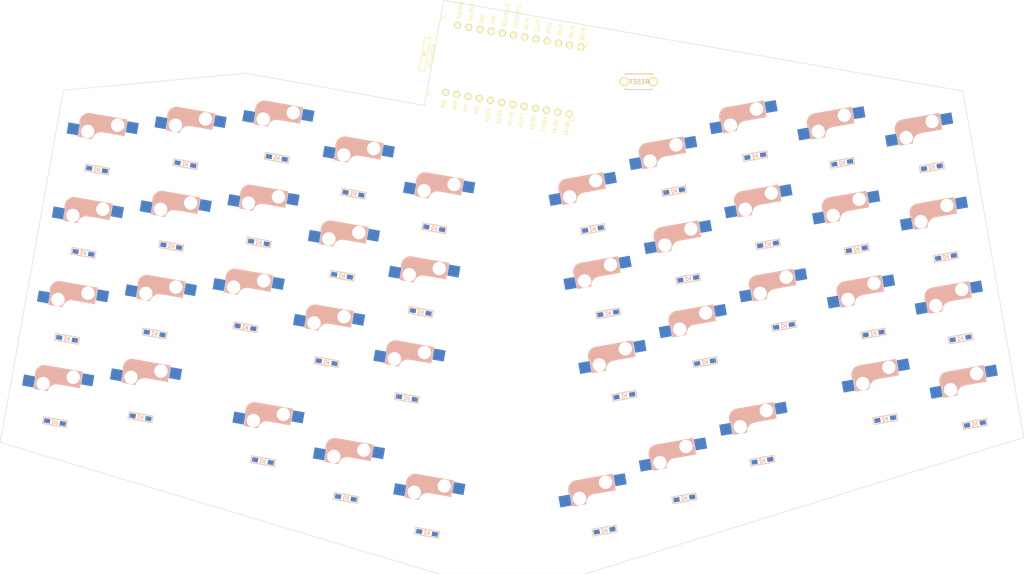
<source format=kicad_pcb>
(kicad_pcb (version 20221018) (generator pcbnew)
  (layers (0 "F.Cu" signal) (31 "B.Cu" signal) (34 "B.Paste" user) (35 "F.Paste" user) (36 "B.SilkS" user "B.Silkscreen") (37 "F.SilkS" user "F.Silkscreen") (38 "B.Mask" user) (39 "F.Mask" user) (44 "Edge.Cuts" user))
  (net 0 "")
  (net 1 "Row0")
  (net 2 "Net-(D1-A)")
  (net 3 "Net-(D2-A)")
  (net 4 "Net-(D3-A)")
  (net 5 "Net-(D4-A)")
  (net 6 "Net-(D5-A)")
  (net 7 "Net-(D6-A)")
  (net 8 "Net-(D7-A)")
  (net 9 "Net-(D8-A)")
  (net 10 "Net-(D9-A)")
  (net 11 "Net-(D10-A)")
  (net 12 "Row1")
  (net 13 "Net-(D11-A)")
  (net 14 "Net-(D12-A)")
  (net 15 "Net-(D13-A)")
  (net 16 "Net-(D14-A)")
  (net 17 "Net-(D15-A)")
  (net 18 "Net-(D16-A)")
  (net 19 "Net-(D17-A)")
  (net 20 "Net-(D18-A)")
  (net 21 "Net-(D19-A)")
  (net 22 "Net-(D20-A)")
  (net 23 "Row2")
  (net 24 "Net-(D21-A)")
  (net 25 "Net-(D22-A)")
  (net 26 "Net-(D23-A)")
  (net 27 "Net-(D24-A)")
  (net 28 "Net-(D25-A)")
  (net 29 "Net-(D26-A)")
  (net 30 "Net-(D27-A)")
  (net 31 "Net-(D28-A)")
  (net 32 "Net-(D29-A)")
  (net 33 "Net-(D30-A)")
  (net 34 "Row3")
  (net 35 "Net-(D31-A)")
  (net 36 "Net-(D32-A)")
  (net 37 "Net-(D33-A)")
  (net 38 "Net-(D34-A)")
  (net 39 "Net-(D35-A)")
  (net 40 "Net-(D36-A)")
  (net 41 "Net-(D37-A)")
  (net 42 "Net-(D38-A)")
  (net 43 "Net-(D39-A)")
  (net 44 "Net-(D40-A)")
  (net 45 "Column0")
  (net 46 "Column1")
  (net 47 "Column2")
  (net 48 "Column3")
  (net 49 "Column4")
  (net 50 "Column5")
  (net 51 "Column6")
  (net 52 "Column7")
  (net 53 "Column8")
  (net 54 "Column9")
  (net 55 "GND")
  (net 56 "Net-(U1-RST)")
  (net 61 "VCC")
  (footprint "kbd:CherryMX_Hotswap" (layer "F.Cu") (at 135.353273 138.50186 -10)
    (fp_text reference "SW35" hide)
    (fp_text value "SW_PUSH" hide)
    (pad "" np_thru_hole circle (at -5.08 0 350) (size 1.9 1.9) (drill 1.9) (layers "*.Cu" "*.Mask"))
    (pad "" np_thru_hole circle (at -3.81 -2.54 350) (size 3 3) (drill 3) (layers "*.Cu" "*.Mask"))
    (pad "" np_thru_hole circle (at 0 0 80) (size 4.1 4.1) (drill 4.1) (layers "*.Cu" "*.Mask"))
    (pad "" np_thru_hole circle (at 2.54 -5.08 350) (size 3 3) (drill 3) (layers "*.Cu" "*.Mask"))
    (pad "" np_thru_hole circle (at 5.08 0 350) (size 1.9 1.9) (drill 1.9) (layers "*.Cu" "*.Mask"))
    (pad "1" smd rect (at -7.085 -2.54 170) (size 2.55 2.5) (layers "B.Cu" "B.Paste" "B.Mask") (net 54 "Column9"))
    (pad "2" smd rect (at 5.842 -5.08 170) (size 2.55 2.5) (layers "B.Cu" "B.Paste" "B.Mask") (net 22 "Net-(D20-A)"))
  )
  (footprint "kbd:CherryMX_Hotswap" (layer "F.Cu") (at 252.55153 95.528997 10)
    (fp_text reference "SW30" hide)
    (fp_text value "SW_PUSH" hide)
    (pad "" np_thru_hole circle (at -5.08 0 10) (size 1.9 1.9) (drill 1.9) (layers "*.Cu" "*.Mask"))
    (pad "" np_thru_hole circle (at -3.81 -2.54 10) (size 3 3) (drill 3) (layers "*.Cu" "*.Mask"))
    (pad "" np_thru_hole circle (at 0 0 100) (size 4.1 4.1) (drill 4.1) (layers "*.Cu" "*.Mask"))
    (pad "" np_thru_hole circle (at 2.54 -5.08 10) (size 3 3) (drill 3) (layers "*.Cu" "*.Mask"))
    (pad "" np_thru_hole circle (at 5.08 0 10) (size 1.9 1.9) (drill 1.9) (layers "*.Cu" "*.Mask"))
    (pad "1" smd rect (at -7.085 -2.54 190) (size 2.55 2.5) (layers "B.Cu" "B.Paste" "B.Mask") (net 49 "Column4"))
    (pad "2" smd rect (at 5.842 -5.08 190) (size 2.55 2.5) (layers "B.Cu" "B.Paste" "B.Mask") (net 39 "Net-(D35-A)"))
  )
  (footprint "kbd:CherryMX_Hotswap" (layer "F.Cu") (at 195.442768 100.762843 10)
    (fp_text reference "SW27" hide)
    (fp_text value "SW_PUSH" hide)
    (pad "" np_thru_hole circle (at -5.08 0 10) (size 1.9 1.9) (drill 1.9) (layers "*.Cu" "*.Mask"))
    (pad "" np_thru_hole circle (at -3.81 -2.54 10) (size 3 3) (drill 3) (layers "*.Cu" "*.Mask"))
    (pad "" np_thru_hole circle (at 0 0 100) (size 4.1 4.1) (drill 4.1) (layers "*.Cu" "*.Mask"))
    (pad "" np_thru_hole circle (at 2.54 -5.08 10) (size 3 3) (drill 3) (layers "*.Cu" "*.Mask"))
    (pad "" np_thru_hole circle (at 5.08 0 10) (size 1.9 1.9) (drill 1.9) (layers "*.Cu" "*.Mask"))
    (pad "1" smd rect (at -7.085 -2.54 190) (size 2.55 2.5) (layers "B.Cu" "B.Paste" "B.Mask") (net 46 "Column1"))
    (pad "2" smd rect (at 5.842 -5.08 190) (size 2.55 2.5) (layers "B.Cu" "B.Paste" "B.Mask") (net 36 "Net-(D32-A)"))
  )
  (footprint "kbd:CherryMX_Hotswap" (layer "F.Cu") (at 117.419685 130.503716 -10)
    (fp_text reference "SW34" hide)
    (fp_text value "SW_PUSH" hide)
    (pad "" np_thru_hole circle (at -5.08 0 350) (size 1.9 1.9) (drill 1.9) (layers "*.Cu" "*.Mask"))
    (pad "" np_thru_hole circle (at -3.81 -2.54 350) (size 3 3) (drill 3) (layers "*.Cu" "*.Mask"))
    (pad "" np_thru_hole circle (at 0 0 80) (size 4.1 4.1) (drill 4.1) (layers "*.Cu" "*.Mask"))
    (pad "" np_thru_hole circle (at 2.54 -5.08 350) (size 3 3) (drill 3) (layers "*.Cu" "*.Mask"))
    (pad "" np_thru_hole circle (at 5.08 0 350) (size 1.9 1.9) (drill 1.9) (layers "*.Cu" "*.Mask"))
    (pad "1" smd rect (at -7.085 -2.54 170) (size 2.55 2.5) (layers "B.Cu" "B.Paste" "B.Mask") (net 53 "Column8"))
    (pad "2" smd rect (at 5.842 -5.08 170) (size 2.55 2.5) (layers "B.Cu" "B.Paste" "B.Mask") (net 21 "Net-(D19-A)"))
  )
  (footprint "kbd:CherryMX_Hotswap" (layer "F.Cu") (at 229.655945 75.38626 10)
    (fp_text reference "SW19" hide)
    (fp_text value "SW_PUSH" hide)
    (pad "" np_thru_hole circle (at -5.08 0 10) (size 1.9 1.9) (drill 1.9) (layers "*.Cu" "*.Mask"))
    (pad "" np_thru_hole circle (at -3.81 -2.54 10) (size 3 3) (drill 3) (layers "*.Cu" "*.Mask"))
    (pad "" np_thru_hole circle (at 0 0 100) (size 4.1 4.1) (drill 4.1) (layers "*.Cu" "*.Mask"))
    (pad "" np_thru_hole circle (at 2.54 -5.08 10) (size 3 3) (drill 3) (layers "*.Cu" "*.Mask"))
    (pad "" np_thru_hole circle (at 5.08 0 10) (size 1.9 1.9) (drill 1.9) (layers "*.Cu" "*.Mask"))
    (pad "1" smd rect (at -7.085 -2.54 190) (size 2.55 2.5) (layers "B.Cu" "B.Paste" "B.Mask") (net 52 "Column7"))
    (pad "2" smd rect (at 5.842 -5.08 190) (size 2.55 2.5) (layers "B.Cu" "B.Paste" "B.Mask") (net 31 "Net-(D28-A)"))
  )
  (footprint "kbd:CherryMX_Hotswap" (layer "F.Cu") (at 173.090882 138.555868 10)
    (fp_text reference "SW36" hide)
    (fp_text value "SW_PUSH" hide)
    (pad "" np_thru_hole circle (at -5.08 0 10) (size 1.9 1.9) (drill 1.9) (layers "*.Cu" "*.Mask"))
    (pad "" np_thru_hole circle (at -3.81 -2.54 10) (size 3 3) (drill 3) (layers "*.Cu" "*.Mask"))
    (pad "" np_thru_hole circle (at 0 0 100) (size 4.1 4.1) (drill 4.1) (layers "*.Cu" "*.Mask"))
    (pad "" np_thru_hole circle (at 2.54 -5.08 10) (size 3 3) (drill 3) (layers "*.Cu" "*.Mask"))
    (pad "" np_thru_hole circle (at 5.08 0 10) (size 1.9 1.9) (drill 1.9) (layers "*.Cu" "*.Mask"))
    (pad "1" smd rect (at -7.085 -2.54 190) (size 2.55 2.5) (layers "B.Cu" "B.Paste" "B.Mask") (net 54 "Column9"))
    (pad "2" smd rect (at 5.842 -5.08 190) (size 2.55 2.5) (layers "B.Cu" "B.Paste" "B.Mask") (net 44 "Net-(D40-A)"))
  )
  (footprint "kbd:CherryMX_Hotswap" (layer "F.Cu") (at 188.826772 63.241668 10)
    (fp_text reference "SW7" hide)
    (fp_text value "SW_PUSH" hide)
    (pad "" np_thru_hole circle (at -5.08 0 10) (size 1.9 1.9) (drill 1.9) (layers "*.Cu" "*.Mask"))
    (pad "" np_thru_hole circle (at -3.81 -2.54 10) (size 3 3) (drill 3) (layers "*.Cu" "*.Mask"))
    (pad "" np_thru_hole circle (at 0 0 100) (size 4.1 4.1) (drill 4.1) (layers "*.Cu" "*.Mask"))
    (pad "" np_thru_hole circle (at 2.54 -5.08 10) (size 3 3) (drill 3) (layers "*.Cu" "*.Mask"))
    (pad "" np_thru_hole circle (at 5.08 0 10) (size 1.9 1.9) (drill 1.9) (layers "*.Cu" "*.Mask"))
    (pad "1" smd rect (at -7.085 -2.54 190) (size 2.55 2.5) (layers "B.Cu" "B.Paste" "B.Mask") (net 46 "Column1"))
    (pad "2" smd rect (at 5.842 -5.08 190) (size 2.55 2.5) (layers "B.Cu" "B.Paste" "B.Mask") (net 25 "Net-(D22-A)"))
  )
  (footprint "kbd:CherryMX_Hotswap" (layer "F.Cu") (at 206.76036 55.243523 10)
    (fp_text reference "SW8" hide)
    (fp_text value "SW_PUSH" hide)
    (pad "" np_thru_hole circle (at -5.08 0 10) (size 1.9 1.9) (drill 1.9) (layers "*.Cu" "*.Mask"))
    (pad "" np_thru_hole circle (at -3.81 -2.54 10) (size 3 3) (drill 3) (layers "*.Cu" "*.Mask"))
    (pad "" np_thru_hole circle (at 0 0 100) (size 4.1 4.1) (drill 4.1) (layers "*.Cu" "*.Mask"))
    (pad "" np_thru_hole circle (at 2.54 -5.08 10) (size 3 3) (drill 3) (layers "*.Cu" "*.Mask"))
    (pad "" np_thru_hole circle (at 5.08 0 10) (size 1.9 1.9) (drill 1.9) (layers "*.Cu" "*.Mask"))
    (pad "1" smd rect (at -7.085 -2.54 190) (size 2.55 2.5) (layers "B.Cu" "B.Paste" "B.Mask") (net 45 "Column0"))
    (pad "2" smd rect (at 5.842 -5.08 190) (size 2.55 2.5) (layers "B.Cu" "B.Paste" "B.Mask") (net 24 "Net-(D21-A)"))
  )
  (footprint "kbd:CherryMX_Hotswap" (layer "F.Cu") (at 232.963943 94.146847 10)
    (fp_text reference "SW29" hide)
    (fp_text value "SW_PUSH" hide)
    (pad "" np_thru_hole circle (at -5.08 0 10) (size 1.9 1.9) (drill 1.9) (layers "*.Cu" "*.Mask"))
    (pad "" np_thru_hole circle (at -3.81 -2.54 10) (size 3 3) (drill 3) (layers "*.Cu" "*.Mask"))
    (pad "" np_thru_hole circle (at 0 0 100) (size 4.1 4.1) (drill 4.1) (layers "*.Cu" "*.Mask"))
    (pad "" np_thru_hole circle (at 2.54 -5.08 10) (size 3 3) (drill 3) (layers "*.Cu" "*.Mask"))
    (pad "" np_thru_hole circle (at 5.08 0 10) (size 1.9 1.9) (drill 1.9) (layers "*.Cu" "*.Mask"))
    (pad "1" smd rect (at -7.085 -2.54 190) (size 2.55 2.5) (layers "B.Cu" "B.Paste" "B.Mask") (net 47 "Column2"))
    (pad "2" smd rect (at 5.842 -5.08 190) (size 2.55 2.5) (layers "B.Cu" "B.Paste" "B.Mask") (net 37 "Net-(D33-A)"))
  )
  (footprint "kbd:CherryMX_Hotswap" (layer "F.Cu") (at 210.068358 74.004111 10)
    (fp_text reference "SW18" hide)
    (fp_text value "SW_PUSH" hide)
    (pad "" np_thru_hole circle (at -5.08 0 10) (size 1.9 1.9) (drill 1.9) (layers "*.Cu" "*.Mask"))
    (pad "" np_thru_hole circle (at -3.81 -2.54 10) (size 3 3) (drill 3) (layers "*.Cu" "*.Mask"))
    (pad "" np_thru_hole circle (at 0 0 100) (size 4.1 4.1) (drill 4.1) (layers "*.Cu" "*.Mask"))
    (pad "" np_thru_hole circle (at 2.54 -5.08 10) (size 3 3) (drill 3) (layers "*.Cu" "*.Mask"))
    (pad "" np_thru_hole circle (at 5.08 0 10) (size 1.9 1.9) (drill 1.9) (layers "*.Cu" "*.Mask"))
    (pad "1" smd rect (at -7.085 -2.54 190) (size 2.55 2.5) (layers "B.Cu" "B.Paste" "B.Mask") (net 50 "Column5"))
    (pad "2" smd rect (at 5.842 -5.08 190) (size 2.55 2.5) (layers "B.Cu" "B.Paste" "B.Mask") (net 29 "Net-(D26-A)"))
  )
  (footprint "kbd:CherryMX_Hotswap" (layer "F.Cu") (at 116.309385 81.948248 -10)
    (fp_text reference "SW14" hide)
    (fp_text value "SW_PUSH" hide)
    (pad "" np_thru_hole circle (at -5.08 0 350) (size 1.9 1.9) (drill 1.9) (layers "*.Cu" "*.Mask"))
    (pad "" np_thru_hole circle (at -3.81 -2.54 350) (size 3 3) (drill 3) (layers "*.Cu" "*.Mask"))
    (pad "" np_thru_hole circle (at 0 0 80) (size 4.1 4.1) (drill 4.1) (layers "*.Cu" "*.Mask"))
    (pad "" np_thru_hole circle (at 2.54 -5.08 350) (size 3 3) (drill 3) (layers "*.Cu" "*.Mask"))
    (pad "" np_thru_hole circle (at 5.08 0 350) (size 1.9 1.9) (drill 1.9) (layers "*.Cu" "*.Mask"))
    (pad "1" smd rect (at -7.085 -2.54 170) (size 2.55 2.5) (layers "B.Cu" "B.Paste" "B.Mask") (net 52 "Column7"))
    (pad "2" smd rect (at 5.842 -5.08 170) (size 2.55 2.5) (layers "B.Cu" "B.Paste" "B.Mask") (net 9 "Net-(D8-A)"))
  )
  (footprint "kbd:CherryMX_Hotswap" (layer "F.Cu") (at 101.683795 55.189515 -10)
    (fp_text reference "SW3" hide)
    (fp_text value "SW_PUSH" hide)
    (pad "" np_thru_hole circle (at -5.08 0 350) (size 1.9 1.9) (drill 1.9) (layers "*.Cu" "*.Mask"))
    (pad "" np_thru_hole circle (at -3.81 -2.54 350) (size 3 3) (drill 3) (layers "*.Cu" "*.Mask"))
    (pad "" np_thru_hole circle (at 0 0 80) (size 4.1 4.1) (drill 4.1) (layers "*.Cu" "*.Mask"))
    (pad "" np_thru_hole circle (at 2.54 -5.08 350) (size 3 3) (drill 3) (layers "*.Cu" "*.Mask"))
    (pad "" np_thru_hole circle (at 5.08 0 350) (size 1.9 1.9) (drill 1.9) (layers "*.Cu" "*.Mask"))
    (pad "1" smd rect (at -7.085 -2.54 170) (size 2.55 2.5) (layers "B.Cu" "B.Paste" "B.Mask") (net 45 "Column0"))
    (pad "2" smd rect (at 5.842 -5.08 170) (size 2.55 2.5) (layers "B.Cu" "B.Paste" "B.Mask") (net 2 "Net-(D1-A)"))
  )
  (footprint "kbd:CherryMX_Hotswap" (layer "F.Cu") (at 249.243533 76.768409 10)
    (fp_text reference "SW20" hide)
    (fp_text value "SW_PUSH" hide)
    (pad "" np_thru_hole circle (at -5.08 0 10) (size 1.9 1.9) (drill 1.9) (layers "*.Cu" "*.Mask"))
    (pad "" np_thru_hole circle (at -3.81 -2.54 10) (size 3 3) (drill 3) (layers "*.Cu" "*.Mask"))
    (pad "" np_thru_hole circle (at 0 0 100) (size 4.1 4.1) (drill 4.1) (layers "*.Cu" "*.Mask"))
    (pad "" np_thru_hole circle (at 2.54 -5.08 10) (size 3 3) (drill 3) (layers "*.Cu" "*.Mask"))
    (pad "" np_thru_hole circle (at 5.08 0 10) (size 1.9 1.9) (drill 1.9) (layers "*.Cu" "*.Mask"))
    (pad "1" smd rect (at -7.085 -2.54 190) (size 2.55 2.5) (layers "B.Cu" "B.Paste" "B.Mask") (net 54 "Column9"))
    (pad "2" smd rect (at 5.842 -5.08 190) (size 2.55 2.5) (layers "B.Cu" "B.Paste" "B.Mask") (net 33 "Net-(D30-A)"))
  )
  (footprint "kbd:CherryMX_Hotswap" (layer "F.Cu") (at 236.271941 112.907435 10)
    (fp_text reference "SW39" hide)
    (fp_text value "SW_PUSH" hide)
    (pad "" np_thru_hole circle (at -5.08 0 10) (size 1.9 1.9) (drill 1.9) (layers "*.Cu" "*.Mask"))
    (pad "" np_thru_hole circle (at -3.81 -2.54 10) (size 3 3) (drill 3) (layers "*.Cu" "*.Mask"))
    (pad "" np_thru_hole circle (at 0 0 100) (size 4.1 4.1) (drill 4.1) (layers "*.Cu" "*.Mask"))
    (pad "" np_thru_hole circle (at 2.54 -5.08 10) (size 3 3) (drill 3) (layers "*.Cu" "*.Mask"))
    (pad "" np_thru_hole circle (at 5.08 0 10) (size 1.9 1.9) (drill 1.9) (layers "*.Cu" "*.Mask"))
    (pad "1" smd rect (at -7.085 -2.54 190) (size 2.55 2.5) (layers "B.Cu" "B.Paste" "B.Mask") (net 50 "Column5"))
    (pad "2" smd rect (at 5.842 -5.08 190) (size 2.55 2.5) (layers "B.Cu" "B.Paste" "B.Mask") (net 40 "Net-(D36-A)"))
  )
  (footprint "kbd:CherryMX_Hotswap" (layer "F.Cu") (at 72.172214 112.853427 -10)
    (fp_text reference "SW32" hide)
    (fp_text value "SW_PUSH" hide)
    (pad "" np_thru_hole circle (at -5.08 0 350) (size 1.9 1.9) (drill 1.9) (layers "*.Cu" "*.Mask"))
    (pad "" np_thru_hole circle (at -3.81 -2.54 350) (size 3 3) (drill 3) (layers "*.Cu" "*.Mask"))
    (pad "" np_thru_hole circle (at 0 0 80) (size 4.1 4.1) (drill 4.1) (layers "*.Cu" "*.Mask"))
    (pad "" np_thru_hole circle (at 2.54 -5.08 350) (size 3 3) (drill 3) (layers "*.Cu" "*.Mask"))
    (pad "" np_thru_hole circle (at 5.08 0 350) (size 1.9 1.9) (drill 1.9) (layers "*.Cu" "*.Mask"))
    (pad "1" smd rect (at -7.085 -2.54 170) (size 2.55 2.5) (layers "B.Cu" "B.Paste" "B.Mask") (net 50 "Column5"))
    (pad "2" smd rect (at 5.842 -5.08 170) (size 2.55 2.5) (layers "B.Cu" "B.Paste" "B.Mask") (net 18 "Net-(D16-A)"))
  )
  (footprint "kbd:ProMicro_v3.5" (layer "F.Cu") (at 154.628861 41.108226 80)
    (fp_text reference "U1" hide)
    (fp_text value "ProMicro_r" hide)
    (fp_text user " " (at -1.2515 -16.256 80) (layer "B.SilkS") (effects (justify mirror)))
    (fp_text user "MicroUSB" (at -0.05 -18.95 80) (layer "F.SilkS") (effects (font (size 0.75 0.75) (thickness 0.12))))
    (fp_text user "RST" (at -10.195 -9.4 80 unlocked) (layer "F.SilkS") (effects (font (size 0.75 0.67) (thickness 0.125))))
    (fp_text user "D3/TX0" (at 11.055 -14.45 80 unlocked) (layer "F.SilkS") (effects (font (size 0.75 0.67) (thickness 0.125))))
    (fp_text user "SCL/D0/3" (at 11.755 -1.7 80 unlocked) (layer "F.SilkS") (effects (font (size 0.75 0.67) (thickness 0.125))))
    (fp_text user " " (at -0.545 -17.4 80) (layer "F.SilkS"))
    (fp_text user "A0/F7" (at -10.845 3.3 80 unlocked) (layer "F.SilkS") (effects (font (size 0.75 0.67) (thickness 0.125))))
    (fp_text user "14/B3" (at -10.845 8.4 80 unlocked) (layer "F.SilkS") (effects (font (size 0.75 0.67) (thickness 0.125))))
    (fp_text user "A3/F4" (at -10.845 -4.25 80 unlocked) (layer "F.SilkS") (effects (font (size 0.75 0.67) (thickness 0.125))))
    (fp_text user "A1/F6" (at -10.845 0.75 80 unlocked) (layer "F.SilkS") (effects (font (size 0.75 0.67) (thickness 0.125))))
    (fp_text user "SDA/D1/2" (at 11.755 -4.2 80 unlocked) (layer "F.SilkS") (effects (font (size 0.75 0.67) (thickness 0.125))))
    (fp_text user "B5/9" (at 10.605 13.4 80 unlocked) (layer "F.SilkS") (effects (font (size 0.75 0.67) (thickness 0.125))))
    (fp_text user "15/B1" (at -10.845 5.85 80 unlocked) (layer "F.SilkS") (effects (font (size 0.75 0.67) (thickness 0.125))))
    (fp_text user "A2/F5" (at -10.845 -1.75 80 unlocked) (layer "F.SilkS") (effects (font (size 0.75 0.67) (thickness 0.125))))
    (fp_text user "B4/8" (at 10.605 10.9 80 unlocked) (layer "F.SilkS") (effects (font (size 0.75 0.67) (thickness 0.125))))
    (fp_text user "E6/7" (at 10.605 8.35 80 unlocked) (layer "F.SilkS") (effects (font (size 0.75 0.67) (thickness 0.125))))
    (fp_text user "GND" (at 10.105 -9.3 80 unlocked) (layer "F.SilkS") (effects (font (size 0.75 0.67) (thickness 0.125))))
    (fp_text user "GND" (at 10.105 -6.85 80 unlocked) (layer "F.SilkS") (effects (font (size 0.75 0.67) (thickness 0.125))))
    (fp_text user "10/B6" (at -10.845 13.45 80 unlocked) (layer "F.SilkS") (effects (font (size 0.75 0.67) (thickness 0.125))))
    (fp_text user "RAW" (at -10.195 -14.5 80 unlocked) (layer "F.SilkS") (effects (font (size 0.75 0.67) (thickness 0.125))))
    (fp_text user "D4/4" (at 10.605 0.7 80 unlocked) (layer "F.SilkS") (effects (font (size 0.75 0.67) (thickness 0.125))))
    (fp_text user "D2/RX1" (at 11.055 -11.9 80 unlocked) (layer "F.SilkS") (effects (font (size 0.75 0.67) (thickness 0.125))))
    (fp_text user "D7/6" (at 10.605 5.8 80 unlocked) (layer "F.SilkS") (effects (font (size 0.75 0.67) (thickness 0.125))))
    (fp_text user "GND" (at -10.195 -11.95 80 unlocked) (layer "F.SilkS") (effects (font (size 0.75 0.67) (thickness 0.125))))
    (fp_text user "16/B2" (at -10.845 10.95 80 unlocked) (layer "F.SilkS") (effects (font (size 0.75 0.67) (thickness 0.125))))
    (fp_text user "VCC" (at -10.195 -6.95 80 unlocked) (layer "F.SilkS") (effects (font (size 0.75 0.67) (thickness 0.125))))
    (fp_text user "C6/5" (at 10.605 3.25 80 unlocked) (layer "F.SilkS") (effects (font (size 0.75 0.67) (thickness 0.125))))
    (pad "1" thru_hole circle (at 7.6114 -14.478 80) (size 1.524 1.524) (drill 0.8128) (layers "*.Cu" "F.SilkS" "B.Mask"))
    (pad "2" thru_hole circle (at 7.6114 -11.938 80) (size 1.524 1.524) (drill 0.8128) (layers "*.Cu" "F.SilkS" "B.Mask"))
    (pad "3" thru_hole circle (at 7.6114 -9.398 80) (size 1.524 1.524) (drill 0.8128) (layers "*.Cu" "F.SilkS" "B.Mask") (net 55 "GND"))
    (pad "4" thru_hole circle (at 7.6114 -6.858 80) (size 1.524 1.524) (drill 0.8128) (layers "*.Cu" "F.SilkS" "B.Mask") (net 55 "GND"))
    (pad "5" thru_hole circle (at 7.6114 -4.318 80) (size 1.524 1.524) (drill 0.8128) (layers "*.Cu" "F.SilkS" "B.Mask") (net 45 "Column0"))
    (pad "6" thru_hole circle (at 7.6114 -1.778 80) (size 1.524 1.524) (drill 0.8128) (layers "*.Cu" "F.SilkS" "B.Mask") (net 46 "Column1"))
    (pad "7" thru_hole circle (at 7.6114 0.762 80) (size 1.524 1.524) (drill 0.8128) (layers "*.Cu" "F.SilkS" "B.Mask") (net 47 "Column2"))
    (pad "8" thru_hole circle (at 7.6114 3.302 80) (size 1.524 1.524) (drill 0.8128) (layers "*.Cu" "F.SilkS" "B.Mask") (net 48 "Column3"))
    (pad "9" thru_hole circle (at 7.6114 5.842 80) (size 1.524 1.524) (drill 0.8128) (layers "*.Cu" "F.SilkS" "B.Mask") (net 49 "Column4"))
    (pad "10" thru_hole circle (at 7.6114 8.382 80) (size 1.524 1.524) (drill 0.8128) (layers "*.Cu" "F.SilkS" "B.Mask") (net 50 "Column5"))
    (pad "11" thru_hole circle (at 7.6114 10.922 80) (size 1.524 1.524) (drill 0.8128) (layers "*.Cu" "F.SilkS" "B.Mask") (net 51 "Column6"))
    (pad "12" thru_hole circle (at 7.6114 13.462 80) (size 1.524 1.524) (drill 0.8128) (layers "*.Cu" "F.SilkS" "B.Mask") (net 52 "Column7"))
    (pad "13" thru_hole circle (at -7.6086 13.462 80) (size 1.524 1.524) (drill 0.8128) (layers "*.Cu" "F.SilkS" "B.Mask") (net 54 "Column9"))
    (pad "14" thru_hole circle (at -7.6086 10.922 80) (size 1.524 1.524) (drill 0.8128) (layers "*.Cu" "F.SilkS" "B.Mask") (net 53 "Column8"))
    (pad "15" thru_hole circle (at -7.6086 8.382 80) (size 1.524 1.524) (drill 0.8128) (layers "*.Cu" "F.SilkS" "B.Mask") (net 34 "Row3"))
    (pad "16" thru_hole circle (at -7.6086 5.842 80) (size 1.524 1.524) (drill 0.8128) (layers "*.Cu" "F.SilkS" "B.Mask") (net 23 "Row2"))
    (pad "17" thru_hole circle (at -7.6086 3.302 80) (size 1.524 1.524) (drill 0.8128) (layers "*.Cu" "F.SilkS" "B.Mask") (net 12 "Row1"))
    (pad "18" thru_hole circle (at -7.6086 0.762 80) (size 1.524 1.524) (drill 0.8128) (layers "*.Cu" "F.SilkS" "B.Mask") (net 1 "Row0"))
    (pad "19" thru_hole circle (at -7.6086 -1.778 80) (size 1.524 1.524) (drill 0.8128) (layers "*.Cu" "F.SilkS" "B.Mask"))
    (pad "20" thru_hole circle (at -7.6086 -4.318 80) (size 1.524 1.524) (drill 0.8128) (layers "*.Cu" "F.SilkS" "B.Mask"))
    (pad "21" thru_hole circle (at -7.6086 -6.858 80) (size 1.524 1.524) (drill 0.8128) (layers "*.Cu" "F.SilkS" "B.Mask") (net 61 "VCC"))
    (pad "22" thru_hole circle (at -7.6086 -9.398 80) (size 1.524 1.524) (drill 0.8128) (layers "*.Cu" "F.SilkS" "B.Mask") (net 56 "Net-(U1-RST)"))
    (pad "23" thru_hole circle (at -7.6086 -11.938 80) (size 1.524 1.524) (drill 0.8128) (layers "*.Cu" "F.SilkS" "B.Mask") (net 55 "GND"))
    (pad "24" thru_hole circle (at -7.6086 -14.478 80) (size 1.524 1.524) (drill 0.8128) (layers "*.Cu" "F.SilkS" "B.Mask"))
  )
  (footprint "kbd:CherryMX_Hotswap" (layer "F.Cu") (at 255.859528 114.289584 10)
    (fp_text reference "SW40" hide)
    (fp_text value "SW_PUSH" hide)
    (pad "" np_thru_hole circle (at -5.08 0 10) (size 1.9 1.9) (drill 1.9) (layers "*.Cu" "*.Mask"))
    (pad "" np_thru_hole circle (at -3.81 -2.54 10) (size 3 3) (drill 3) (layers "*.Cu" "*.Mask"))
    (pad "" np_thru_hole circle (at 0 0 100) (size 4.1 4.1) (drill 4.1) (layers "*.Cu" "*.Mask"))
    (pad "" np_thru_hole circle (at 2.54 -5.08 10) (size 3 3) (drill 3) (layers "*.Cu" "*.Mask"))
    (pad "" np_thru_hole circle (at 5.08 0 10) (size 1.9 1.9) (drill 1.9) (layers "*.Cu" "*.Mask"))
    (pad "1" smd rect (at -7.085 -2.54 190) (size 2.55 2.5) (layers "B.Cu" "B.Paste" "B.Mask") (net 52 "Column7"))
    (pad "2" smd rect (at 5.842 -5.08 190) (size 2.55 2.5) (layers "B.Cu" "B.Paste" "B.Mask") (net 42 "Net-(D38-A)"))
  )
  (footprint "kbd:CherryMX_Hotswap" (layer "F.Cu") (at 130.934976 108.70698 -10)
    (fp_text reference "SW25" hide)
    (fp_text value "SW_PUSH" hide)
    (pad "" np_thru_hole circle (at -5.08 0 350) (size 1.9 1.9) (drill 1.9) (layers "*.Cu" "*.Mask"))
    (pad "" np_thru_hole circle (at -3.81 -2.54 350) (size 3 3) (drill 3) (layers "*.Cu" "*.Mask"))
    (pad "" np_thru_hole circle (at 0 0 80) (size 4.1 4.1) (drill 4.1) (layers "*.Cu" "*.Mask"))
    (pad "" np_thru_hole circle (at 2.54 -5.08 350) (size 3 3) (drill 3) (layers "*.Cu" "*.Mask"))
    (pad "" np_thru_hole circle (at 5.08 0 350) (size 1.9 1.9) (drill 1.9) (layers "*.Cu" "*.Mask"))
    (pad "1" smd rect (at -7.085 -2.54 170) (size 2.55 2.5) (layers "B.Cu" "B.Paste" "B.Mask") (net 49 "Column4"))
    (pad "2" smd rect (at 5.842 -5.08 170) (size 2.55 2.5) (layers "B.Cu" "B.Paste" "B.Mask") (net 17 "Net-(D15-A)"))
  )
  (footprint "kbd:CherryMX_Hotswap" (layer "F.Cu") (at 226.347948 56.625672 10)
    (fp_text reference "SW9" hide)
    (fp_text value "SW_PUSH" hide)
    (pad "" np_thru_hole circle (at -5.08 0 10) (size 1.9 1.9) (drill 1.9) (layers "*.Cu" "*.Mask"))
    (pad "" np_thru_hole circle (at -3.81 -2.54 10) (size 3 3) (drill 3) (layers "*.Cu" "*.Mask"))
    (pad "" np_thru_hole circle (at 0 0 100) (size 4.1 4.1) (drill 4.1) (layers "*.Cu" "*.Mask"))
    (pad "" np_thru_hole circle (at 2.54 -5.08 10) (size 3 3) (drill 3) (layers "*.Cu" "*.Mask"))
    (pad "" np_thru_hole circle (at 5.08 0 10) (size 1.9 1.9) (drill 1.9) (layers "*.Cu" "*.Mask"))
    (pad "1" smd rect (at -7.085 -2.54 190) (size 2.55 2.5) (layers "B.Cu" "B.Paste" "B.Mask") (net 47 "Column2"))
    (pad "2" smd rect (at 5.842 -5.08 190) (size 2.55 2.5) (layers "B.Cu" "B.Paste" "B.Mask") (net 26 "Net-(D23-A)"))
  )
  (footprint "kbd:CherryMX_Hotswap" (layer "F.Cu") (at 191.024471 130.557723 10)
    (fp_text reference "SW37" hide)
    (fp_text value "SW_PUSH" hide)
    (pad "" np_thru_hole circle (at -5.08 0 10) (size 1.9 1.9) (drill 1.9) (layers "*.Cu" "*.Mask"))
    (pad "" np_thru_hole circle (at -3.81 -2.54 10) (size 3 3) (drill 3) (layers "*.Cu" "*.Mask"))
    (pad "" np_thru_hole circle (at 0 0 100) (size 4.1 4.1) (drill 4.1) (layers "*.Cu" "*.Mask"))
    (pad "" np_thru_hole circle (at 2.54 -5.08 10) (size 3 3) (drill 3) (layers "*.Cu" "*.Mask"))
    (pad "" np_thru_hole circle (at 5.08 0 10) (size 1.9 1.9) (drill 1.9) (layers "*.Cu" "*.Mask"))
    (pad "1" smd rect (at -7.085 -2.54 190) (size 2.55 2.5) (layers "B.Cu" "B.Paste" "B.Mask") (net 53 "Column8"))
    (pad "2" smd rect (at 5.842 -5.08 190) (size 2.55 2.5) (layers "B.Cu" "B.Paste" "B.Mask") (net 43 "Net-(D39-A)"))
  )
  (footprint "kbd:CherryMX_Hotswap" (layer "F.Cu") (at 62.50862 57.953813 -10)
    (fp_text reference "SW1" hide)
    (fp_text value "SW_PUSH" hide)
    (pad "" np_thru_hole circle (at -5.08 0 350) (size 1.9 1.9) (drill 1.9) (layers "*.Cu" "*.Mask"))
    (pad "" np_thru_hole circle (at -3.81 -2.54 350) (size 3 3) (drill 3) (layers "*.Cu" "*.Mask"))
    (pad "" np_thru_hole circle (at 0 0 80) (size 4.1 4.1) (drill 4.1) (layers "*.Cu" "*.Mask"))
    (pad "" np_thru_hole circle (at 2.54 -5.08 350) (size 3 3) (drill 3) (layers "*.Cu" "*.Mask"))
    (pad "" np_thru_hole circle (at 5.08 0 350) (size 1.9 1.9) (drill 1.9) (layers "*.Cu" "*.Mask"))
    (pad "1" smd rect (at -7.085 -2.54 170) (size 2.55 2.5) (layers "B.Cu" "B.Paste" "B.Mask") (net 48 "Column3"))
    (pad "2" smd rect (at 5.842 -5.08 170) (size 2.55 2.5) (layers "B.Cu" "B.Paste" "B.Mask") (net 5 "Net-(D4-A)"))
  )
  (footprint "kbd:CherryMX_Hotswap" (layer "F.Cu") (at 82.096208 56.571664 -10)
    (fp_text reference "SW2" hide)
    (fp_text value "SW_PUSH" hide)
    (pad "" np_thru_hole circle (at -5.08 0 350) (size 1.9 1.9) (drill 1.9) (layers "*.Cu" "*.Mask"))
    (pad "" np_thru_hole circle (at -3.81 -2.54 350) (size 3 3) (drill 3) (layers "*.Cu" "*.Mask"))
    (pad "" np_thru_hole circle (at 0 0 80) (size 4.1 4.1) (drill 4.1) (layers "*.Cu" "*.Mask"))
    (pad "" np_thru_hole circle (at 2.54 -5.08 350) (size 3 3) (drill 3) (layers "*.Cu" "*.Mask"))
    (pad "" np_thru_hole circle (at 5.08 0 350) (size 1.9 1.9) (drill 1.9) (layers "*.Cu" "*.Mask"))
    (pad "1" smd rect (at -7.085 -2.54 170) (size 2.55 2.5) (layers "B.Cu" "B.Paste" "B.Mask") (net 46 "Column1"))
    (pad "2" smd rect (at 5.842 -5.08 170) (size 2.55 2.5) (layers "B.Cu" "B.Paste" "B.Mask") (net 3 "Net-(D2-A)"))
  )
  (footprint "kbd:CherryMX_Hotswap" (layer "F.Cu") (at 59.200623 76.714401 -10)
    (fp_text reference "SW11" hide)
    (fp_text value "SW_PUSH" hide)
    (pad "" np_thru_hole circle (at -5.08 0 350) (size 1.9 1.9) (drill 1.9) (layers "*.Cu" "*.Mask"))
    (pad "" np_thru_hole circle (at -3.81 -2.54 350) (size 3 3) (drill 3) (layers "*.Cu" "*.Mask"))
    (pad "" np_thru_hole circle (at 0 0 80) (size 4.1 4.1) (drill 4.1) (layers "*.Cu" "*.Mask"))
    (pad "" np_thru_hole circle (at 2.54 -5.08 350) (size 3 3) (drill 3) (layers "*.Cu" "*.Mask"))
    (pad "" np_thru_hole circle (at 5.08 0 350) (size 1.9 1.9) (drill 1.9) (layers "*.Cu" "*.Mask"))
    (pad "1" smd rect (at -7.085 -2.54 170) (size 2.55 2.5) (layers "B.Cu" "B.Paste" "B.Mask") (net 53 "Column8"))
    (pad "2" smd rect (at 5.842 -5.08 170) (size 2.55 2.5) (layers "B.Cu" "B.Paste" "B.Mask") (net 10 "Net-(D9-A)"))
  )
  (footprint "kbd:CherryMX_Hotswap" (layer "F.Cu") (at 213.376356 92.764698 10)
    (fp_text reference "SW28" hide)
    (fp_text value "SW_PUSH" hide)
    (pad "" np_thru_hole circle (at -5.08 0 10) (size 1.9 1.9) (drill 1.9) (layers "*.Cu" "*.Mask"))
    (pad "" np_thru_hole circle (at -3.81 -2.54 10) (size 3 3) (drill 3) (layers "*.Cu" "*.Mask"))
    (pad "" np_thru_hole circle (at 0 0 100) (size 4.1 4.1) (drill 4.1) (layers "*.Cu" "*.Mask"))
    (pad "" np_thru_hole circle (at 2.54 -5.08 10) (size 3 3) (drill 3) (layers "*.Cu" "*.Mask"))
    (pad "" np_thru_hole circle (at 5.08 0 10) (size 1.9 1.9) (drill 1.9) (layers "*.Cu" "*.Mask"))
    (pad "1" smd rect (at -7.085 -2.54 190) (size 2.55 2.5) (layers "B.Cu" "B.Paste" "B.Mask") (net 45 "Column0"))
    (pad "2" smd rect (at 5.842 -5.08 190) (size 2.55 2.5) (layers "B.Cu" "B.Paste" "B.Mask") (net 35 "Net-(D31-A)"))
  )
  (footprint "kbd:CherryMX_Hotswap" (layer "F.Cu") (at 75.480212 94.09284 -10)
    (fp_text reference "SW22" hide)
    (fp_text value "SW_PUSH" hide)
    (pad "" np_thru_hole circle (at -5.08 0 350) (size 1.9 1.9) (drill 1.9) (layers "*.Cu" "*.Mask"))
    (pad "" np_thru_hole circle (at -3.81 -2.54 350) (size 3 3) (drill 3) (layers "*.Cu" "*.Mask"))
    (pad "" np_thru_hole circle (at 0 0 80) (size 4.1 4.1) (drill 4.1) (layers "*.Cu" "*.Mask"))
    (pad "" np_thru_hole circle (at 2.54 -5.08 350) (size 3 3) (drill 3) (layers "*.Cu" "*.Mask"))
    (pad "" np_thru_hole circle (at 5.08 0 350) (size 1.9 1.9) (drill 1.9) (layers "*.Cu" "*.Mask"))
    (pad "1" smd rect (at -7.085 -2.54 170) (size 2.55 2.5) (layers "B.Cu" "B.Paste" "B.Mask") (net 46 "Column1"))
    (pad "2" smd rect (at 5.842 -5.08 170) (size 2.55 2.5) (layers "B.Cu" "B.Paste" "B.Mask") (net 14 "Net-(D12-A)"))
  )
  (footprint "kbd:CherryMX_Hotswap" (layer "F.Cu") (at 78.78821 75.332252 -10)
    (fp_text reference "SW12" hide)
    (fp_text value "SW_PUSH" hide)
    (pad "" np_thru_hole circle (at -5.08 0 350) (size 1.9 1.9) (drill 1.9) (layers "*.Cu" "*.Mask"))
    (pad "" np_thru_hole circle (at -3.81 -2.54 350) (size 3 3) (drill 3) (layers "*.Cu" "*.Mask"))
    (pad "" np_thru_hole circle (at 0 0 80) (size 4.1 4.1) (drill 4.1) (layers "*.Cu" "*.Mask"))
    (pad "" np_thru_hole circle (at 2.54 -5.08 350) (size 3 3) (drill 3) (layers "*.Cu" "*.Mask"))
    (pad "" np_thru_hole circle (at 5.08 0 350) (size 1.9 1.9) (drill 1.9) (layers "*.Cu" "*.Mask"))
    (pad "1" smd rect (at -7.085 -2.54 170) (size 2.55 2.5) (layers "B.Cu" "B.Paste" "B.Mask") (net 51 "Column6"))
    (pad "2" smd rect (at 5.842 -5.08 170) (size 2.55 2.5) (layers "B.Cu" "B.Paste" "B.Mask") (net 8 "Net-(D7-A)"))
  )
  (footprint "kbd:CherryMX_Hotswap" (layer "F.Cu") (at 134.242973 89.946392 -10)
    (fp_text reference "SW15" hide)
    (fp_text value "SW_PUSH" hide)
    (pad "" np_thru_hole circle (at -5.08 0 350) (size 1.9 1.9) (drill 1.9) (layers "*.Cu" "*.Mask"))
    (pad "" np_thru_hole circle (at -3.81 -2.54 350) (size 3 3) (drill 3) (layers "*.Cu" "*.Mask"))
    (pad "" np_thru_hole circle (at 0 0 80) (size 4.1 4.1) (drill 4.1) (layers "*.Cu" "*.Mask"))
    (pad "" np_thru_hole circle (at 2.54 -5.08 350) (size 3 3) (drill 3) (layers "*.Cu" "*.Mask"))
    (pad "" np_thru_hole circle (at 5.08 0 350) (size 1.9 1.9) (drill 1.9) (layers "*.Cu" "*.Mask"))
    (pad "1" smd rect (at -7.085 -2.54 170) (size 2.55 2.5) (layers "B.Cu" "B.Paste" "B.Mask") (net 54 "Column9"))
    (pad "2" smd rect (at 5.842 -5.08 170) (size 2.55 2.5) (layers "B.Cu" "B.Paste" "B.Mask") (net 11 "Net-(D10-A)"))
  )
  (footprint "kbd:ResetSW" (layer "F.Cu") (at 182.1 43.7)
    (fp_text reference "SW41" hide)
    (fp_text value "SW_PUSH")
    (fp_text user "RESET" (at 0.127 0) (layer "B.SilkS") (effects (justify mirror)))
    (fp_text user "RESET" (at 0 0) (layer "F.SilkS"))
    (pad "1" thru_hole circle (at 3.25 0) (size 2 2) (drill 1.3) (layers "*.Cu" "*.Mask" "F.SilkS") (net 55 "GND"))
    (pad "2" thru_hole circle (at -3.25 0) (size 2 2) (drill 1.3) (layers "*.Cu" "*.Mask" "F.SilkS") (net 56 "Net-(U1-RST)"))
  )
  (footprint "kbd:CherryMX_Hotswap" (layer "F.Cu") (at 245.935535 58.007821 10)
    (fp_text reference "SW10" hide)
    (fp_text value "SW_PUSH" hide)
    (pad "" np_thru_hole circle (at -5.08 0 10) (size 1.9 1.9) (drill 1.9) (layers "*.Cu" "*.Mask"))
    (pad "" np_thru_hole circle (at -3.81 -2.54 10) (size 3 3) (drill 3) (layers "*.Cu" "*.Mask"))
    (pad "" np_thru_hole circle (at 0 0 100) (size 4.1 4.1) (drill 4.1) (layers "*.Cu" "*.Mask"))
    (pad "" np_thru_hole circle (at 2.54 -5.08 10) (size 3 3) (drill 3) (layers "*.Cu" "*.Mask"))
    (pad "" np_thru_hole circle (at 5.08 0 10) (size 1.9 1.9) (drill 1.9) (layers "*.Cu" "*.Mask"))
    (pad "1" smd rect (at -7.085 -2.54 190) (size 2.55 2.5) (layers "B.Cu" "B.Paste" "B.Mask") (net 49 "Column4"))
    (pad "2" smd rect (at 5.842 -5.08 190) (size 2.55 2.5) (layers "B.Cu" "B.Paste" "B.Mask") (net 28 "Net-(D25-A)"))
  )
  (footprint "kbd:CherryMX_Hotswap" (layer "F.Cu") (at 137.550971 71.185805 -10)
    (fp_text reference "SW5" hide)
    (fp_text value "SW_PUSH" hide)
    (pad "" np_thru_hole circle (at -5.08 0 350) (size 1.9 1.9) (drill 1.9) (layers "*.Cu" "*.Mask"))
    (pad "" np_thru_hole circle (at -3.81 -2.54 350) (size 3 3) (drill 3) (layers "*.Cu" "*.Mask"))
    (pad "" np_thru_hole circle (at 0 0 80) (size 4.1 4.1) (drill 4.1) (layers "*.Cu" "*.Mask"))
    (pad "" np_thru_hole circle (at 2.54 -5.08 350) (size 3 3) (drill 3) (layers "*.Cu" "*.Mask"))
    (pad "" np_thru_hole circle (at 5.08 0 350) (size 1.9 1.9) (drill 1.9) (layers "*.Cu" "*.Mask"))
    (pad "1" smd rect (at -7.085 -2.54 170) (size 2.55 2.5) (layers "B.Cu" "B.Paste" "B.Mask") (net 49 "Column4"))
    (pad "2" smd rect (at 5.842 -5.08 170) (size 2.55 2.5) (layers "B.Cu" "B.Paste" "B.Mask") (net 6 "Net-(D5-A)"))
  )
  (footprint "kbd:CherryMX_Hotswap" (layer "F.Cu") (at 113.001387 100.708835 -10)
    (fp_text reference "SW24" hide)
    (fp_text value "SW_PUSH" hide)
    (pad "" np_thru_hole circle (at -5.08 0 350) (size 1.9 1.9) (drill 1.9) (layers "*.Cu" "*.Mask"))
    (pad "" np_thru_hole circle (at -3.81 -2.54 350) (size 3 3) (drill 3) (layers "*.Cu" "*.Mask"))
    (pad "" np_thru_hole circle (at 0 0 80) (size 4.1 4.1) (drill 4.1) (layers "*.Cu" "*.Mask"))
    (pad "" np_thru_hole circle (at 2.54 -5.08 350) (size 3 3) (drill 3) (layers "*.Cu" "*.Mask"))
    (pad "" np_thru_hole circle (at 5.08 0 350) (size 1.9 1.9) (drill 1.9) (layers "*.Cu" "*.Mask"))
    (pad "1" smd rect (at -7.085 -2.54 170) (size 2.55 2.5) (layers "B.Cu" "B.Paste" "B.Mask") (net 47 "Column2"))
    (pad "2" smd rect (at 5.842 -5.08 170) (size 2.55 2.5) (layers "B.Cu" "B.Paste" "B.Mask") (net 15 "Net-(D13-A)"))
  )
  (footprint "kbd:CherryMX_Hotswap" (layer "F.Cu") (at 95.067799 92.710691 -10)
    (fp_text reference "SW23" hide)
    (fp_text value "SW_PUSH" hide)
    (pad "" np_thru_hole circle (at -5.08 0 350) (size 1.9 1.9) (drill 1.9) (layers "*.Cu" "*.Mask"))
    (pad "" np_thru_hole circle (at -3.81 -2.54 350) (size 3 3) (drill 3) (layers "*.Cu" "*.Mask"))
    (pad "" np_thru_hole circle (at 0 0 80) (size 4.1 4.1) (drill 4.1) (layers "*.Cu" "*.Mask"))
    (pad "" np_thru_hole circle (at 2.54 -5.08 350) (size 3 3) (drill 3) (layers "*.Cu" "*.Mask"))
    (pad "" np_thru_hole circle (at 5.08 0 350) (size 1.9 1.9) (drill 1.9) (layers "*.Cu" "*.Mask"))
    (pad "1" smd rect (at -7.085 -2.54 170) (size 2.55 2.5) (layers "B.Cu" "B.Paste" "B.Mask") (net 45 "Column0"))
    (pad "2" smd rect (at 5.842 -5.08 170) (size 2.55 2.5) (layers "B.Cu" "B.Paste" "B.Mask") (net 13 "Net-(D11-A)"))
  )
  (footprint "kbd:CherryMX_Hotswap" (layer "F.Cu") (at 119.617383 63.18766 -10)
    (fp_text reference "SW4" hide)
    (fp_text value "SW_PUSH" hide)
    (pad "" np_thru_hole circle (at -5.08 0 350) (size 1.9 1.9) (drill 1.9) (layers "*.Cu" "*.Mask"))
    (pad "" np_thru_hole circle (at -3.81 -2.54 350) (size 3 3) (drill 3) (layers "*.Cu" "*.Mask"))
    (pad "" np_thru_hole circle (at 0 0 80) (size 4.1 4.1) (drill 4.1) (layers "*.Cu" "*.Mask"))
    (pad "" np_thru_hole circle (at 2.54 -5.08 350) (size 3 3) (drill 3) (layers "*.Cu" "*.Mask"))
    (pad "" np_thru_hole circle (at 5.08 0 350) (size 1.9 1.9) (drill 1.9) (layers "*.Cu" "*.Mask"))
    (pad "1" smd rect (at -7.085 -2.54 170) (size 2.55 2.5) (layers "B.Cu" "B.Paste" "B.Mask") (net 47 "Column2"))
    (pad "2" smd rect (at 5.842 -5.08 170) (size 2.55 2.5) (layers "B.Cu" "B.Paste" "B.Mask") (net 4 "Net-(D3-A)"))
  )
  (footprint "kbd:CherryMX_Hotswap" (layer "F.Cu") (at 208.958059 122.559579 10)
    (fp_text reference "SW38" hide)
    (fp_text value "SW_PUSH" hide)
    (pad "" np_thru_hole circle (at -5.08 0 10) (size 1.9 1.9) (drill 1.9) (layers "*.Cu" "*.Mask"))
    (pad "" np_thru_hole circle (at -3.81 -2.54 10) (size 3 3) (drill 3) (layers "*.Cu" "*.Mask"))
    (pad "" np_thru_hole circle (at 0 0 100) (size 4.1 4.1) (drill 4.1) (layers "*.Cu" "*.Mask"))
    (pad "" np_thru_hole circle (at 2.54 -5.08 10) (size 3 3) (drill 3) (layers "*.Cu" "*.Mask"))
    (pad "" np_thru_hole circle (at 5.08 0 10) (size 1.9 1.9) (drill 1.9) (layers "*.Cu" "*.Mask"))
    (pad "1" smd rect (at -7.085 -2.54 190) (size 2.55 2.5) (layers "B.Cu" "B.Paste" "B.Mask") (net 51 "Column6"))
    (pad "2" smd rect (at 5.842 -5.08 190) (size 2.55 2.5) (layers "B.Cu" "B.Paste" "B.Mask") (net 41 "Net-(D37-A)"))
  )
  (footprint "kbd:CherryMX_Hotswap" (layer "F.Cu") (at 55.892625 95.474989 -10)
    (fp_text reference "SW21" hide)
    (fp_text value "SW_PUSH" hide)
    (pad "" np_thru_hole circle (at -5.08 0 350) (size 1.9 1.9) (drill 1.9) (layers "*.Cu" "*.Mask"))
    (pad "" np_thru_hole circle (at -3.81 -2.54 350) (size 3 3) (drill 3) (layers "*.Cu" "*.Mask"))
    (pad "" np_thru_hole circle (at 0 0 80) (size 4.1 4.1) (drill 4.1) (layers "*.Cu" "*.Mask"))
    (pad "" np_thru_hole circle (at 2.54 -5.08 350) (size 3 3) (drill 3) (layers "*.Cu" "*.Mask"))
    (pad "" np_thru_hole circle (at 5.08 0 350) (size 1.9 1.9) (drill 1.9) (layers "*.Cu" "*.Mask"))
    (pad "1" smd rect (at -7.085 -2.54 170) (size 2.55 2.5) (layers "B.Cu" "B.Paste" "B.Mask") (net 48 "Column3"))
    (pad "2" smd rect (at 5.842 -5.08 170) (size 2.55 2.5) (layers "B.Cu" "B.Paste" "B.Mask") (net 16 "Net-(D14-A)"))
  )
  (footprint "kbd:CherryMX_Hotswap" (layer "F.Cu") (at 52.584627 114.235576 -10)
    (fp_text reference "SW31" hide)
    (fp_text value "SW_PUSH" hide)
    (pad "" np_thru_hole circle (at -5.08 0 350) (size 1.9 1.9) (drill 1.9) (layers "*.Cu" "*.Mask"))
    (pad "" np_thru_hole circle (at -3.81 -2.54 350) (size 3 3) (drill 3) (layers "*.Cu" "*.Mask"))
    (pad "" np_thru_hole circle (at 0 0 80) (size 4.1 4.1) (drill 4.1) (layers "*.Cu" "*.Mask"))
    (pad "" np_thru_hole circle (at 2.54 -5.08 350) (size 3 3) (drill 3) (layers "*.Cu" "*.Mask"))
    (pad "" np_thru_hole circle (at 5.08 0 350) (size 1.9 1.9) (drill 1.9) (layers "*.Cu" "*.Mask"))
    (pad "1" smd rect (at -7.085 -2.54 170) (size 2.55 2.5) (layers "B.Cu" "B.Paste" "B.Mask") (net 51 "Column6"))
    (pad "2" smd rect (at 5.842 -5.08 170) (size 2.55 2.5) (layers "B.Cu" "B.Paste" "B.Mask") (net 19 "Net-(D17-A)"))
  )
  (footprint "kbd:CherryMX_Hotswap" (layer "F.Cu") (at 177.50918 108.760988 10)
    (fp_text reference "SW26" hide)
    (fp_text value "SW_PUSH" hide)
    (pad "" np_thru_hole circle (at -5.08 0 10) (size 1.9 1.9) (drill 1.9) (layers "*.Cu" "*.Mask"))
    (pad "" np_thru_hole circle (at -3.81 -2.54 10) (size 3 3) (drill 3) (layers "*.Cu" "*.Mask"))
    (pad "" np_thru_hole circle (at 0 0 100) (size 4.1 4.1) (drill 4.1) (layers "*.Cu" "*.Mask"))
    (pad "" np_thru_hole circle (at 2.54 -5.08 10) (size 3 3) (drill 3) (layers "*.Cu" "*.Mask"))
    (pad "" np_thru_hole circle (at 5.08 0 10) (size 1.9 1.9) (drill 1.9) (layers "*.Cu" "*.Mask"))
    (pad "1" smd rect (at -7.085 -2.54 190) (size 2.55 2.5) (layers "B.Cu" "B.Paste" "B.Mask") (net 48 "Column3"))
    (pad "2" smd rect (at 5.842 -5.08 190) (size 2.55 2.5) (layers "B.Cu" "B.Paste" "B.Mask") (net 38 "Net-(D34-A)"))
  )
  (footprint "kbd:CherryMX_Hotswap" (layer "F.Cu") (at 98.375797 73.950103 -10)
    (fp_text reference "SW13" hide)
    (fp_text value "SW_PUSH" hide)
    (pad "" np_thru_hole circle (at -5.08 0 350) (size 1.9 1.9) (drill 1.9) (layers "*.Cu" "*.Mask"))
    (pad "" np_thru_hole circle (at -3.81 -2.54 350) (size 3 3) (drill 3) (layers "*.Cu" "*.Mask"))
    (pad "" np_thru_hole circle (at 0 0 80) (size 4.1 4.1) (drill 4.1) (layers "*.Cu" "*.Mask"))
    (pad "" np_thru_hole circle (at 2.54 -5.08 350) (size 3 3) (drill 3) (layers "*.Cu" "*.Mask"))
    (pad "" np_thru_hole circle (at 5.08 0 350) (size 1.9 1.9) (drill 1.9) (layers "*.Cu" "*.Mask"))
    (pad "1" smd rect (at -7.085 -2.54 170) (size 2.55 2.5) (layers "B.Cu" "B.Paste" "B.Mask") (net 50 "Column5"))
    (pad "2" smd rect (at 5.842 -5.08 170) (size 2.55 2.5) (layers "B.Cu" "B.Paste" "B.Mask") (net 7 "Net-(D6-A)"))
  )
  (footprint "kbd:CherryMX_Hotswap" (layer "F.Cu") (at 174.201182 90.0004 10)
    (fp_text reference "SW16" hide)
    (fp_text value "SW_PUSH" hide)
    (pad "" np_thru_hole circle (at -5.08 0 10) (size 1.9 1.9) (drill 1.9) (layers "*.Cu" "*.Mask"))
    (pad "" np_thru_hole circle (at -3.81 -2.54 10) (size 3 3) (drill 3) (layers "*.Cu" "*.Mask"))
    (pad "" np_thru_hole circle (at 0 0 100) (size 4.1 4.1) (drill 4.1) (layers "*.Cu" "*.Mask"))
    (pad "" np_thru_hole circle (at 2.54 -5.08 10) (size 3 3) (drill 3) (layers "*.Cu" "*.Mask"))
    (pad "" np_thru_hole circle (at 5.08 0 10) (size 1.9 1.9) (drill 1.9) (layers "*.Cu" "*.Mask"))
    (pad "1" smd rect (at -7.085 -2.54 190) (size 2.55 2.5) (layers "B.Cu" "B.Paste" "B.Mask") (net 53 "Column8"))
    (pad "2" smd rect (at 5.842 -5.08 190) (size 2.55 2.5) (layers "B.Cu" "B.Paste" "B.Mask") (net 32 "Net-(D29-A)"))
  )
  (footprint "kbd:CherryMX_Hotswap" (layer "F.Cu") (at 192.13477 82.002255 10)
    (fp_text reference "SW17" hide)
    (fp_text value "SW_PUSH" hide)
    (pad "" np_thru_hole circle (at -5.08 0 10) (size 1.9 1.9) (drill 1.9) (layers "*.Cu" "*.Mask"))
    (pad "" np_thru_hole circle (at -3.81 -2.54 10) (size 3 3) (drill 3) (layers "*.Cu" "*.Mask"))
    (pad "" np_thru_hole circle (at 0 0 100) (size 4.1 4.1) (drill 4.1) (layers "*.Cu" "*.Mask"))
    (pad "" np_thru_hole circle (at 2.54 -5.08 10) (size 3 3) (drill 3) (layers "*.Cu" "*.Mask"))
    (pad "" np_thru_hole circle (at 5.08 0 10) (size 1.9 1.9) (drill 1.9) (layers "*.Cu" "*.Mask"))
    (pad "1" smd rect (at -7.085 -2.54 190) (size 2.55 2.5) (layers "B.Cu" "B.Paste" "B.Mask") (net 51 "Column6"))
    (pad "2" smd rect (at 5.842 -5.08 190) (size 2.55 2.5) (layers "B.Cu" "B.Paste" "B.Mask") (net 30 "Net-(D27-A)"))
  )
  (footprint "kbd:CherryMX_Hotswap" (layer "F.Cu") (at 170.893184 71.239812 10)
    (fp_text reference "SW6" hide)
    (fp_text value "SW_PUSH" hide)
    (pad "" np_thru_hole circle (at -5.08 0 10) (size 1.9 1.9) (drill 1.9) (layers "*.Cu" "*.Mask"))
    (pad "" np_thru_hole circle (at -3.81 -2.54 10) (size 3 3) (drill 3) (layers "*.Cu" "*.Mask"))
    (pad "" np_thru_hole circle (at 0 0 100) (size 4.1 4.1) (drill 4.1) (layers "*.Cu" "*.Mask"))
    (pad "" np_thru_hole circle (at 2.54 -5.08 10) (size 3 3) (drill 3) (layers "*.Cu" "*.Mask"))
    (pad "" np_thru_hole circle (at 5.08 0 10) (size 1.9 1.9) (drill 1.9) (layers "*.Cu" "*.Mask"))
    (pad "1" smd rect (at -7.085 -2.54 190) (size 2.55 2.5) (layers "B.Cu" "B.Paste" "B.Mask") (net 48 "Column3"))
    (pad "2" smd rect (at 5.842 -5.08 190) (size 2.55 2.5) (layers "B.Cu" "B.Paste" "B.Mask") (net 27 "Net-(D24-A)"))
  )
  (footprint "kbd:CherryMX_Hotswap" (layer "F.Cu") (at 99.486096 122.505571 -10)
    (fp_text reference "SW33" hide)
    (fp_text value "SW_PUSH" hide)
    (pad "" np_thru_hole circle (at -5.08 0 350) (size 1.9 1.9) (drill 1.9) (layers "*.Cu" "*.Mask"))
    (pad "" np_thru_hole circle (at -3.81 -2.54 350) (size 3 3) (drill 3) (layers "*.Cu" "*.Mask"))
    (pad "" np_thru_hole circle (at 0 0 80) (size 4.1 4.1) (drill 4.1) (layers "*.Cu" "*.Mask"))
    (pad "" np_thru_hole circle (at 2.54 -5.08 350) (size 3 3) (drill 3) (layers "*.Cu" "*.Mask"))
    (pad "" np_thru_hole circle (at 5.08 0 350) (size 1.9 1.9) (drill 1.9) (layers "*.Cu" "*.Mask"))
    (pad "1" smd rect (at -7.085 -2.54 170) (size 2.55 2.5) (layers "B.Cu" "B.Paste" "B.Mask") (net 52 "Column7"))
    (pad "2" smd rect (at 5.842 -5.08 170) (size 2.55 2.5) (layers "B.Cu" "B.Paste" "B.Mask") (net 20 "Net-(D18-A)"))
  )
  (footprint "kbd:D3_SMD" (layer "B.Cu") (at 133.5 95.1 170)
    (fp_text reference "D15" hide)
    (fp_text value "D" hide)
    (pad "1" smd rect (at -1.775 0 170) (size 1.3 0.95) (layers "F.Cu" "F.Paste" "F.Mask") (net 1 "Row0"))
    (pad "1" smd rect (at -1.775 0 170) (size 1.3 0.95) (layers "B.Cu" "B.Paste" "B.Mask") (net 1 "Row0"))
    (pad "2" smd rect (at 1.775 0 170) (size 1.3 0.95) (layers "F.Cu" "F.Paste" "F.Mask") (net 11 "Net-(D10-A)"))
    (pad "2" smd rect (at 1.775 0 170) (size 1.3 0.95) (layers "B.Cu" "B.Paste" "B.Mask") (net 11 "Net-(D10-A)"))
  )
  (footprint "kbd:D3_SMD" (layer "B.Cu") (at 237.1 119 -170)
    (fp_text reference "D39" hide)
    (fp_text value "D" hide)
    (pad "1" smd rect (at -1.775 0 190) (size 1.3 0.95) (layers "F.Cu" "F.Paste" "F.Mask") (net 34 "Row3"))
    (pad "1" smd rect (at -1.775 0 190) (size 1.3 0.95) (layers "B.Cu" "B.Paste" "B.Mask") (net 34 "Row3"))
    (pad "2" smd rect (at 1.775 0 190) (size 1.3 0.95) (layers "F.Cu" "F.Paste" "F.Mask") (net 40 "Net-(D36-A)"))
    (pad "2" smd rect (at 1.775 0 190) (size 1.3 0.95) (layers "B.Cu" "B.Paste" "B.Mask") (net 40 "Net-(D36-A)"))
  )
  (footprint "kbd:D3_SMD" (layer "B.Cu") (at 136.5 76.4 170)
    (fp_text reference "D5" hide)
    (fp_text value "D" hide)
    (pad "1" smd rect (at -1.775 0 170) (size 1.3 0.95) (layers "F.Cu" "F.Paste" "F.Mask") (net 1 "Row0"))
    (pad "1" smd rect (at -1.775 0 170) (size 1.3 0.95) (layers "B.Cu" "B.Paste" "B.Mask") (net 1 "Row0"))
    (pad "2" smd rect (at 1.775 0 170) (size 1.3 0.95) (layers "F.Cu" "F.Paste" "F.Mask") (net 6 "Net-(D5-A)"))
    (pad "2" smd rect (at 1.775 0 170) (size 1.3 0.95) (layers "B.Cu" "B.Paste" "B.Mask") (net 6 "Net-(D5-A)"))
  )
  (footprint "kbd:D3_SMD" (layer "B.Cu") (at 178.9 113.8 -170)
    (fp_text reference "D26" hide)
    (fp_text value "D" hide)
    (pad "1" smd rect (at -1.775 0 190) (size 1.3 0.95) (layers "F.Cu" "F.Paste" "F.Mask") (net 34 "Row3"))
    (pad "1" smd rect (at -1.775 0 190) (size 1.3 0.95) (layers "B.Cu" "B.Paste" "B.Mask") (net 34 "Row3"))
    (pad "2" smd rect (at 1.775 0 190) (size 1.3 0.95) (layers "F.Cu" "F.Paste" "F.Mask") (net 38 "Net-(D34-A)"))
    (pad "2" smd rect (at 1.775 0 190) (size 1.3 0.95) (layers "B.Cu" "B.Paste" "B.Mask") (net 38 "Net-(D34-A)"))
  )
  (footprint "kbd:D3_SMD" (layer "B.Cu") (at 227.5 61.8 -170)
    (fp_text reference "D9" hide)
    (fp_text value "D" hide)
    (pad "1" smd rect (at -1.775 0 190) (size 1.3 0.95) (layers "F.Cu" "F.Paste" "F.Mask") (net 23 "Row2"))
    (pad "1" smd rect (at -1.775 0 190) (size 1.3 0.95) (layers "B.Cu" "B.Paste" "B.Mask") (net 23 "Row2"))
    (pad "2" smd rect (at 1.775 0 190) (size 1.3 0.95) (layers "F.Cu" "F.Paste" "F.Mask") (net 26 "Net-(D23-A)"))
    (pad "2" smd rect (at 1.775 0 190) (size 1.3 0.95) (layers "B.Cu" "B.Paste" "B.Mask") (net 26 "Net-(D23-A)"))
  )
  (footprint "kbd:D3_SMD" (layer "B.Cu") (at 112.5 106.3 170)
    (fp_text reference "D24" hide)
    (fp_text value "D" hide)
    (pad "1" smd rect (at -1.775 0 170) (size 1.3 0.95) (layers "F.Cu" "F.Paste" "F.Mask") (net 12 "Row1"))
    (pad "1" smd rect (at -1.775 0 170) (size 1.3 0.95) (layers "B.Cu" "B.Paste" "B.Mask") (net 12 "Row1"))
    (pad "2" smd rect (at 1.775 0 170) (size 1.3 0.95) (layers "F.Cu" "F.Paste" "F.Mask") (net 15 "Net-(D13-A)"))
    (pad "2" smd rect (at 1.775 0 170) (size 1.3 0.95) (layers "B.Cu" "B.Paste" "B.Mask") (net 15 "Net-(D13-A)"))
  )
  (footprint "kbd:D3_SMD" (layer "B.Cu") (at 134.9 144.4 170)
    (fp_text reference "D35" hide)
    (fp_text value "D" hide)
    (pad "1" smd rect (at -1.775 0 170) (size 1.3 0.95) (layers "F.Cu" "F.Paste" "F.Mask") (net 12 "Row1"))
    (pad "1" smd rect (at -1.775 0 170) (size 1.3 0.95) (layers "B.Cu" "B.Paste" "B.Mask") (net 12 "Row1"))
    (pad "2" smd rect (at 1.775 0 170) (size 1.3 0.95) (layers "F.Cu" "F.Paste" "F.Mask") (net 22 "Net-(D20-A)"))
    (pad "2" smd rect (at 1.775 0 170) (size 1.3 0.95) (layers "B.Cu" "B.Paste" "B.Mask") (net 22 "Net-(D20-A)"))
  )
  (footprint "kbd:D3_SMD" (layer "B.Cu") (at 115.948034 87.008226 170)
    (fp_text reference "D14" hide)
    (fp_text value "D" hide)
    (pad "1" smd rect (at -1.775 0 170) (size 1.3 0.95) (layers "F.Cu" "F.Paste" "F.Mask") (net 1 "Row0"))
    (pad "1" smd rect (at -1.775 0 170) (size 1.3 0.95) (layers "B.Cu" "B.Paste" "B.Mask") (net 1 "Row0"))
    (pad "2" smd rect (at 1.775 0 170) (size 1.3 0.95) (layers "F.Cu" "F.Paste" "F.Mask") (net 9 "Net-(D8-A)"))
    (pad "2" smd rect (at 1.775 0 170) (size 1.3 0.95) (layers "B.Cu" "B.Paste" "B.Mask") (net 9 "Net-(D8-A)"))
  )
  (footprint "kbd:D3_SMD" (layer "B.Cu") (at 171.9 76.6 -170)
    (fp_text reference "D6" hide)
    (fp_text value "D" hide)
    (pad "1" smd rect (at -1.775 0 190) (size 1.3 0.95) (layers "F.Cu" "F.Paste" "F.Mask") (net 23 "Row2"))
    (pad "1" smd rect (at -1.775 0 190) (size 1.3 0.95) (layers "B.Cu" "B.Paste" "B.Mask") (net 23 "Row2"))
    (pad "2" smd rect (at 1.775 0 190) (size 1.3 0.95) (layers "F.Cu" "F.Paste" "F.Mask") (net 27 "Net-(D24-A)"))
    (pad "2" smd rect (at 1.775 0 190) (size 1.3 0.95) (layers "B.Cu" "B.Paste" "B.Mask") (net 27 "Net-(D24-A)"))
  )
  (footprint "kbd:D3_SMD" (layer "B.Cu") (at 98.3 128.4 170)
    (fp_text reference "D33" hide)
    (fp_text value "D" hide)
    (pad "1" smd rect (at -1.775 0 170) (size 1.3 0.95) (layers "F.Cu" "F.Paste" "F.Mask") (net 12 "Row1"))
    (pad "1" smd rect (at -1.775 0 170) (size 1.3 0.95) (layers "B.Cu" "B.Paste" "B.Mask") (net 12 "Row1"))
    (pad "2" smd rect (at 1.775 0 170) (size 1.3 0.95) (layers "F.Cu" "F.Paste" "F.Mask") (net 20 "Net-(D18-A)"))
    (pad "2" smd rect (at 1.775 0 170) (size 1.3 0.95) (layers "B.Cu" "B.Paste" "B.Mask") (net 20 "Net-(D18-A)"))
  )
  (footprint "kbd:D3_SMD" (layer "B.Cu") (at 94.4 98.5 170)
    (fp_text reference "D23" hide)
    (fp_text value "D" hide)
    (pad "1" smd rect (at -1.775 0 170) (size 1.3 0.95) (layers "F.Cu" "F.Paste" "F.Mask") (net 12 "Row1"))
    (pad "1" smd rect (at -1.775 0 170) (size 1.3 0.95) (layers "B.Cu" "B.Paste" "B.Mask") (net 12 "Row1"))
    (pad "2" smd rect (at 1.775 0 170) (size 1.3 0.95) (layers "F.Cu" "F.Paste" "F.Mask") (net 13 "Net-(D11-A)"))
    (pad "2" smd rect (at 1.775 0 170) (size 1.3 0.95) (layers "B.Cu" "B.Paste" "B.Mask") (net 13 "Net-(D11-A)"))
  )
  (footprint "kbd:D3_SMD" (layer "B.Cu") (at 214.5 98.2 -170)
    (fp_text reference "D28" hide)
    (fp_text value "D" hide)
    (pad "1" smd rect (at -1.775 0 190) (size 1.3 0.95) (layers "F.Cu" "F.Paste" "F.Mask") (net 34 "Row3"))
    (pad "1" smd rect (at -1.775 0 190) (size 1.3 0.95) (layers "B.Cu" "B.Paste" "B.Mask") (net 34 "Row3"))
    (pad "2" smd rect (at 1.775 0 190) (size 1.3 0.95) (layers "F.Cu" "F.Paste" "F.Mask") (net 35 "Net-(D31-A)"))
    (pad "2" smd rect (at 1.775 0 190) (size 1.3 0.95) (layers "B.Cu" "B.Paste" "B.Mask") (net 35 "Net-(D31-A)"))
  )
  (footprint "kbd:D3_SMD" (layer "B.Cu") (at 61.3 63.3 170)
    (fp_text reference "D1" hide)
    (fp_text value "D" hide)
    (pad "1" smd rect (at -1.775 0 170) (size 1.3 0.95) (layers "F.Cu" "F.Paste" "F.Mask") (net 1 "Row0"))
    (pad "1" smd rect (at -1.775 0 170) (size 1.3 0.95) (layers "B.Cu" "B.Paste" "B.Mask") (net 1 "Row0"))
    (pad "2" smd rect (at 1.775 0 170) (size 1.3 0.95) (layers "F.Cu" "F.Paste" "F.Mask") (net 5 "Net-(D4-A)"))
    (pad "2" smd rect (at 1.775 0 170) (size 1.3 0.95) (layers "B.Cu" "B.Paste" "B.Mask") (net 5 "Net-(D4-A)"))
  )
  (footprint "kbd:D3_SMD" (layer "B.Cu") (at 74.148034 99.908226 170)
    (fp_text reference "D22" hide)
    (fp_text value "D" hide)
    (pad "1" smd rect (at -1.775 0 170) (size 1.3 0.95) (layers "F.Cu" "F.Paste" "F.Mask") (net 12 "Row1"))
    (pad "1" smd rect (at -1.775 0 170) (size 1.3 0.95) (layers "B.Cu" "B.Paste" "B.Mask") (net 12 "Row1"))
    (pad "2" smd rect (at 1.775 0 170) (size 1.3 0.95) (layers "F.Cu" "F.Paste" "F.Mask") (net 14 "Net-(D12-A)"))
    (pad "2" smd rect (at 1.775 0 170) (size 1.3 0.95) (layers "B.Cu" "B.Paste" "B.Mask") (net 14 "Net-(D12-A)"))
  )
  (footprint "kbd:D3_SMD" (layer "B.Cu") (at 196.9 106.3 -170)
    (fp_text reference "D27" hide)
    (fp_text value "D" hide)
    (pad "1" smd rect (at -1.775 0 190) (size 1.3 0.95) (layers "F.Cu" "F.Paste" "F.Mask") (net 34 "Row3"))
    (pad "1" smd rect (at -1.775 0 190) (size 1.3 0.95) (layers "B.Cu" "B.Paste" "B.Mask") (net 34 "Row3"))
    (pad "2" smd rect (at 1.775 0 190) (size 1.3 0.95) (layers "F.Cu" "F.Paste" "F.Mask") (net 36 "Net-(D32-A)"))
    (pad "2" smd rect (at 1.775 0 190) (size 1.3 0.95) (layers "B.Cu" "B.Paste" "B.Mask") (net 36 "Net-(D32-A)"))
  )
  (footprint "kbd:D3_SMD" (layer "B.Cu") (at 81 62.1 170)
    (fp_text reference "D2" hide)
    (fp_text value "D" hide)
    (pad "1" smd rect (at -1.775 0 170) (size 1.3 0.95) (layers "F.Cu" "F.Paste" "F.Mask") (net 1 "Row0"))
    (pad "1" smd rect (at -1.775 0 170) (size 1.3 0.95) (layers "B.Cu" "B.Paste" "B.Mask") (net 1 "Row0"))
    (pad "2" smd rect (at 1.775 0 170) (size 1.3 0.95) (layers "F.Cu" "F.Paste" "F.Mask") (net 3 "Net-(D2-A)"))
    (pad "2" smd rect (at 1.775 0 170) (size 1.3 0.95) (layers "B.Cu" "B.Paste" "B.Mask") (net 3 "Net-(D2-A)"))
  )
  (footprint "kbd:D3_SMD" (layer "B.Cu") (at 209.7 128.3 -170)
    (fp_text reference "D38" hide)
    (fp_text value "D" hide)
    (pad "1" smd rect (at -1.775 0 190) (size 1.3 0.95) (layers "F.Cu" "F.Paste" "F.Mask") (net 34 "Row3"))
    (pad "1" smd rect (at -1.775 0 190) (size 1.3 0.95) (layers "B.Cu" "B.Paste" "B.Mask") (net 34 "Row3"))
    (pad "2" smd rect (at 1.775 0 190) (size 1.3 0.95) (layers "F.Cu" "F.Paste" "F.Mask") (net 41 "Net-(D37-A)"))
    (pad "2" smd rect (at 1.775 0 190) (size 1.3 0.95) (layers "B.Cu" "B.Paste" "B.Mask") (net 41 "Net-(D37-A)"))
  )
  (footprint "kbd:D3_SMD" (layer "B.Cu") (at 192.3 136.7 -170)
    (fp_text reference "D37" hide)
    (fp_text value "D" hide)
    (pad "1" smd rect (at -1.775 0 190) (size 1.3 0.95) (layers "F.Cu" "F.Paste" "F.Mask") (net 34 "Row3"))
    (pad "1" smd rect (at -1.775 0 190) (size 1.3 0.95) (layers "B.Cu" "B.Paste" "B.Mask") (net 34 "Row3"))
    (pad "2" smd rect (at 1.775 0 190) (size 1.3 0.95) (layers "F.Cu" "F.Paste" "F.Mask") (net 43 "Net-(D39-A)"))
    (pad "2" smd rect (at 1.775 0 190) (size 1.3 0.95) (layers "B.Cu" "B.Paste" "B.Mask") (net 43 "Net-(D39-A)"))
  )
  (footprint "kbd:D3_SMD" (layer "B.Cu") (at 253.9 101 -170)
    (fp_text reference "D30" hide)
    (fp_text value "D" hide)
    (pad "1" smd rect (at -1.775 0 190) (size 1.3 0.95) (layers "F.Cu" "F.Paste" "F.Mask") (net 34 "Row3"))
    (pad "1" smd rect (at -1.775 0 190) (size 1.3 0.95) (layers "B.Cu" "B.Paste" "B.Mask") (net 34 "Row3"))
    (pad "2" smd rect (at 1.775 0 190) (size 1.3 0.95) (layers "F.Cu" "F.Paste" "F.Mask") (net 39 "Net-(D35-A)"))
    (pad "2" smd rect (at 1.775 0 190) (size 1.3 0.95) (layers "B.Cu" "B.Paste" "B.Mask") (net 39 "Net-(D35-A)"))
  )
  (footprint "kbd:D3_SMD" (layer "B.Cu") (at 234.5 99.9 -170)
    (fp_text reference "D29" hide)
    (fp_text value "D" hide)
    (pad "1" smd rect (at -1.775 0 190) (size 1.3 0.95) (layers "F.Cu" "F.Paste" "F.Mask") (net 34 "Row3"))
    (pad "1" smd rect (at -1.775 0 190) (size 1.3 0.95) (layers "B.Cu" "B.Paste" "B.Mask") (net 34 "Row3"))
    (pad "2" smd rect (at 1.775 0 190) (size 1.3 0.95) (layers "F.Cu" "F.Paste" "F.Mask") (net 37 "Net-(D33-A)"))
    (pad "2" smd rect (at 1.775 0 190) (size 1.3 0.95) (layers "B.Cu" "B.Paste" "B.Mask") (net 37 "Net-(D33-A)"))
  )
  (footprint "kbd:D3_SMD" (layer "B.Cu") (at 118.5 68.7 170)
    (fp_text reference "D4" hide)
    (fp_text value "D" hide)
    (pad "1" smd rect (at -1.775 0 170) (size 1.3 0.95) (layers "F.Cu" "F.Paste" "F.Mask") (net 1 "Row0"))
    (pad "1" smd rect (at -1.775 0 170) (size 1.3 0.95) (layers "B.Cu" "B.Paste" "B.Mask") (net 1 "Row0"))
    (pad "2" smd rect (at 1.775 0 170) (size 1.3 0.95) (layers "F.Cu" "F.Paste" "F.Mask") (net 4 "Net-(D3-A)"))
    (pad "2" smd rect (at 1.775 0 170) (size 1.3 0.95) (layers "B.Cu" "B.Paste" "B.Mask") (net 4 "Net-(D3-A)"))
  )
  (footprint "kbd:D3_SMD" (layer "B.Cu") (at 250.648034 82.791774 -170)
    (fp_text reference "D20" hide)
    (fp_text value "D" hide)
    (pad "1" smd rect (at -1.775 0 190) (size 1.3 0.95) (layers "F.Cu" "F.Paste" "F.Mask") (net 23 "Row2"))
    (pad "1" smd rect (at -1.775 0 190) (size 1.3 0.95) (layers "B.Cu" "B.Paste" "B.Mask") (net 23 "Row2"))
    (pad "2" smd rect (at 1.775 0 190) (size 1.3 0.95) (layers "F.Cu" "F.Paste" "F.Mask") (net 33 "Net-(D30-A)"))
    (pad "2" smd rect (at 1.775 0 190) (size 1.3 0.95) (layers "B.Cu" "B.Paste" "B.Mask") (net 33 "Net-(D30-A)"))
  )
  (footprint "kbd:D3_SMD" (layer "B.Cu") (at 71 118.6 170)
    (fp_text reference "D32" hide)
    (fp_text value "D" hide)
    (pad "1" smd rect (at -1.775 0 170) (size 1.3 0.95) (layers "F.Cu" "F.Paste" "F.Mask") (net 12 "Row1"))
    (pad "1" smd rect (at -1.775 0 170) (size 1.3 0.95) (layers "B.Cu" "B.Paste" "B.Mask") (net 12 "Row1"))
    (pad "2" smd rect (at 1.775 0 170) (size 1.3 0.95) (layers "F.Cu" "F.Paste" "F.Mask") (net 18 "Net-(D16-A)"))
    (pad "2" smd rect (at 1.775 0 170) (size 1.3 0.95) (layers "B.Cu" "B.Paste" "B.Mask") (net 18 "Net-(D16-A)"))
  )
  (footprint "kbd:D3_SMD" (layer "B.Cu") (at 193.148034 87.691774 -170)
    (fp_text reference "D17" hide)
    (fp_text value "D" hide)
    (pad "1" smd rect (at -1.775 0 190) (size 1.3 0.95) (layers "F.Cu" "F.Paste" "F.Mask") (net 23 "Row2"))
    (pad "1" smd rect (at -1.775 0 190) (size 1.3 0.95) (layers "B.Cu" "B.Paste" "B.Mask") (net 23 "Row2"))
    (pad "2" smd rect (at 1.775 0 190) (size 1.3 0.95) (layers "F.Cu" "F.Paste" "F.Mask") (net 30 "Net-(D27-A)"))
    (pad "2" smd rect (at 1.775 0 190) (size 1.3 0.95) (layers "B.Cu" "B.Paste" "B.Mask") (net 30 "Net-(D27-A)"))
  )
  (footprint "kbd:D3_SMD" (layer "B.Cu") (at 247.5 62.8 -170)
    (fp_text reference "D10" hide)
    (fp_text value "D" hide)
    (pad "1" smd rect (at -1.775 0 190) (size 1.3 0.95) (layers "F.Cu" "F.Paste" "F.Mask") (net 23 "Row2"))
    (pad "1" smd rect (at -1.775 0 190) (size 1.3 0.95) (layers "B.Cu" "B.Paste" "B.Mask") (net 23 "Row2"))
    (pad "2" smd rect (at 1.775 0 190) (size 1.3 0.95) (layers "F.Cu" "F.Paste" "F.Mask") (net 28 "Net-(D25-A)"))
    (pad "2" smd rect (at 1.775 0 190) (size 1.3 0.95) (layers "B.Cu" "B.Paste" "B.Mask") (net 28 "Net-(D25-A)"))
  )
  (footprint "kbd:D3_SMD" (layer "B.Cu") (at 190 68.1 -170)
    (fp_text reference "D7" hide)
    (fp_text value "D" hide)
    (pad "1" smd rect (at -1.775 0 190) (size 1.3 0.95) (layers "F.Cu" "F.Paste" "F.Mask") (net 23 "Row2"))
    (pad "1" smd rect (at -1.775 0 190) (size 1.3 0.95) (layers "B.Cu" "B.Paste" "B.Mask") (net 23 "Row2"))
    (pad "2" smd rect (at 1.775 0 190) (size 1.3 0.95) (layers "F.Cu" "F.Paste" "F.Mask") (net 25 "Net-(D22-A)"))
    (pad "2" smd rect (at 1.775 0 190) (size 1.3 0.95) (layers "B.Cu" "B.Paste" "B.Mask") (net 25 "Net-(D22-A)"))
  )
  (footprint "kbd:D3_SMD" (layer "B.Cu") (at 97.4 79.6 170)
    (fp_text reference "D13" hide)
    (fp_text value "D" hide)
    (pad "1" smd rect (at -1.775 0 170) (size 1.3 0.95) (layers "F.Cu" "F.Paste" "F.Mask") (net 1 "Row0"))
    (pad "1" smd rect (at -1.775 0 170) (size 1.3 0.95) (layers "B.Cu" "B.Paste" "B.Mask") (net 1 "Row0"))
    (pad "2" smd rect (at 1.775 0 170) (size 1.3 0.95) (layers "F.Cu" "F.Paste" "F.Mask") (net 7 "Net-(D6-A)"))
    (pad "2" smd rect (at 1.775 0 170) (size 1.3 0.95) (layers "B.Cu" "B.Paste" "B.Mask") (net 7 "Net-(D6-A)"))
  )
  (footprint "kbd:D3_SMD" (layer "B.Cu") (at 175.3 95.4 -170)
    (fp_text reference "D16" hide)
    (fp_text value "D" hide)
    (pad "1" smd rect (at -1.775 0 190) (size 1.3 0.95) (layers "F.Cu" "F.Paste" "F.Mask") (net 23 "Row2"))
    (pad "1" smd rect (at -1.775 0 190) (size 1.3 0.95) (layers "B.Cu" "B.Paste" "B.Mask") (net 23 "Row2"))
    (pad "2" smd rect (at 1.775 0 190) (size 1.3 0.95) (layers "F.Cu" "F.Paste" "F.Mask") (net 32 "Net-(D29-A)"))
    (pad "2" smd rect (at 1.775 0 190) (size 1.3 0.95) (layers "B.Cu" "B.Paste" "B.Mask") (net 32 "Net-(D29-A)"))
  )
  (footprint "kbd:D3_SMD" (layer "B.Cu") (at 77.848034 80.408226 170)
    (fp_text reference "D12" hide)
    (fp_text value "D" hide)
    (pad "1" smd rect (at -1.775 0 170) (size 1.3 0.95) (layers "F.Cu" "F.Paste" "F.Mask") (net 1 "Row0"))
    (pad "1" smd rect (at -1.775 0 170) (size 1.3 0.95) (layers "B.Cu" "B.Paste" "B.Mask") (net 1 "Row0"))
    (pad "2" smd rect (at 1.775 0 170) (size 1.3 0.95) (layers "F.Cu" "F.Paste" "F.Mask") (net 8 "Net-(D7-A)"))
    (pad "2" smd rect (at 1.775 0 170) (size 1.3 0.95) (layers "B.Cu" "B.Paste" "B.Mask") (net 8 "Net-(D7-A)"))
  )
  (footprint "kbd:D3_SMD" (layer "B.Cu") (at 210.948034 79.991774 -170)
    (fp_text reference "D18" hide)
    (fp_text value "D" hide)
    (pad "1" smd rect (at -1.775 0 190) (size 1.3 0.95) (layers "F.Cu" "F.Paste" "F.Mask") (net 23 "Row2"))
    (pad "1" smd rect (at -1.775 0 190) (size 1.3 0.95) (layers "B.Cu" "B.Paste" "B.Mask") (net 23 "Row2"))
    (pad "2" smd rect (at 1.775 0 190) (size 1.3 0.95) (layers "F.Cu" "F.Paste" "F.Mask") (net 29 "Net-(D26-A)"))
    (pad "2" smd rect (at 1.775 0 190) (size 1.3 0.95) (layers "B.Cu" "B.Paste" "B.Mask") (net 29 "Net-(D26-A)"))
  )
  (footprint "kbd:D3_SMD" (layer "B.Cu") (at 230.748034 81.091774 -170)
    (fp_text reference "D19" hide)
    (fp_text value "D" hide)
    (pad "1" smd rect (at -1.775 0 190) (size 1.3 0.95) (layers "F.Cu" "F.Paste" "F.Mask") (net 23 "Row2"))
    (pad "1" smd rect (at -1.775 0 190) (size 1.3 0.95) (layers "B.Cu" "B.Paste" "B.Mask") (net 23 "Row2"))
    (pad "2" smd rect (at 1.775 0 190) (size 1.3 0.95) (layers "F.Cu" "F.Paste" "F.Mask") (net 31 "Net-(D28-A)"))
    (pad "2" smd rect (at 1.775 0 190) (size 1.3 0.95) (layers "B.Cu" "B.Paste" "B.Mask") (net 31 "Net-(D28-A)"))
  )
  (footprint "kbd:D3_SMD" (layer "B.Cu") (at 116.8 136.6 170)
    (fp_text reference "D34" hide)
    (fp_text value "D" hide)
    (pad "1" smd rect (at -1.775 0 170) (size 1.3 0.95) (layers "F.Cu" "F.Paste" "F.Mask") (net 12 "Row1"))
    (pad "1" smd rect (at -1.775 0 170) (size 1.3 0.95) (layers "B.Cu" "B.Paste" "B.Mask") (net 12 "Row1"))
    (pad "2" smd rect (at 1.775 0 170) (size 1.3 0.95) (layers "F.Cu" "F.Paste" "F.Mask") (net 21 "Net-(D19-A)"))
    (pad "2" smd rect (at 1.775 0 170) (size 1.3 0.95) (layers "B.Cu" "B.Paste" "B.Mask") (net 21 "Net-(D19-A)"))
  )
  (footprint "kbd:D3_SMD" (layer "B.Cu") (at 51.9 119.7 170)
    (fp_text reference "D31" hide)
    (fp_text value "D" hide)
    (pad "1" smd rect (at -1.775 0 170) (size 1.3 0.95) (layers "F.Cu" "F.Paste" "F.Mask") (net 12 "Row1"))
    (pad "1" smd rect (at -1.775 0 170) (size 1.3 0.95) (layers "B.Cu" "B.Paste" "B.Mask") (net 12 "Row1"))
    (pad "2" smd rect (at 1.775 0 170) (size 1.3 0.95) (layers "F.Cu" "F.Paste" "F.Mask") (net 19 "Net-(D17-A)"))
    (pad "2" smd rect (at 1.775 0 170) (size 1.3 0.95) (layers "B.Cu" "B.Paste" "B.Mask") (net 19 "Net-(D17-A)"))
  )
  (footprint "kbd:D3_SMD" (layer "B.Cu") (at 101.4 60.7 170)
    (fp_text reference "D3" hide)
    (fp_text value "D" hide)
    (pad "1" smd rect (at -1.775 0 170) (size 1.3 0.95) (layers "F.Cu" "F.Paste" "F.Mask") (net 1 "Row0"))
    (pad "1" smd rect (at -1.775 0 170) (size 1.3 0.95) (layers "B.Cu" "B.Paste" "B.Mask") (net 1 "Row0"))
    (pad "2" smd rect (at 1.775 0 170) (size 1.3 0.95) (layers "F.Cu" "F.Paste" "F.Mask") (net 2 "Net-(D1-A)"))
    (pad "2" smd rect (at 1.775 0 170) (size 1.3 0.95) (layers "B.Cu" "B.Paste" "B.Mask") (net 2 "Net-(D1-A)"))
  )
  (footprint "kbd:D3_SMD" (layer "B.Cu") (at 208.1 60.3 -170)
    (fp_text reference "D8" hide)
    (fp_text value "D" hide)
    (pad "1" smd rect (at -1.775 0 190) (size 1.3 0.95) (layers "F.Cu" "F.Paste" "F.Mask") (net 23 "Row2"))
    (pad "1" smd rect (at -1.775 0 190) (size 1.3 0.95) (layers "B.Cu" "B.Paste" "B.Mask") (net 23 "Row2"))
    (pad "2" smd rect (at 1.775 0 190) (size 1.3 0.95) (layers "F.Cu" "F.Paste" "F.Mask") (net 24 "Net-(D21-A)"))
    (pad "2" smd rect (at 1.775 0 190) (size 1.3 0.95) (layers "B.Cu" "B.Paste" "B.Mask") (net 24 "Net-(D21-A)"))
  )
  (footprint "kbd:D3_SMD" (layer "B.Cu") (at 257.1 120.1 -170)
    (fp_text reference "D40" hide)
    (fp_text value "D" hide)
    (pad "1" smd rect (at -1.775 0 190) (size 1.3 0.95) (layers "F.Cu" "F.Paste" "F.Mask") (net 34 "Row3"))
    (pad "1" smd rect (at -1.775 0 190) (size 1.3 0.95) (layers "B.Cu" "B.Paste" "B.Mask") (net 34 "Row3"))
    (pad "2" smd rect (at 1.775 0 190) (size 1.3 0.95) (layers "F.Cu" "F.Paste" "F.Mask") (net 42 "Net-(D38-A)"))
    (pad "2" smd rect (at 1.775 0 190) (size 1.3 0.95) (layers "B.Cu" "B.Paste" "B.Mask") (net 42 "Net-(D38-A)"))
  )
  (footprint "kbd:D3_SMD" (layer "B.Cu") (at 130.4 114.3 170)
    (fp_text reference "D25" hide)
    (fp_text value "D" hide)
    (pad "1" smd rect (at -1.775 0 170) (size 1.3 0.95) (layers "F.Cu" "F.Paste" "F.Mask") (net 12 "Row1"))
    (pad "1" smd rect (at -1.775 0 170) (size 1.3 0.95) (layers "B.Cu" "B.Paste" "B.Mask") (net 12 "Row1"))
    (pad "2" smd rect (at 1.775 0 170) (size 1.3 0.95) (layers "F.Cu" "F.Paste" "F.Mask") (net 17 "Net-(D15-A)"))
    (pad "2" smd rect (at 1.775 0 170) (size 1.3 0.95) (layers "B.Cu" "B.Paste" "B.Mask") (net 17 "Net-(D15-A)"))
  )
  (footprint "kbd:D3_SMD" (layer "B.Cu") (at 174.5 143.9 -170)
    (fp_text reference "D36" hide)
    (fp_text value "D" hide)
    (pad "1" smd rect (at -1.775 0 190) (size 1.3 0.95) (layers "F.Cu" "F.Paste" "F.Mask") (net 34 "Row3"))
    (pad "1" smd rect (at -1.775 0 190) (size 1.3 0.95) (layers "B.Cu" "B.Paste" "B.Mask") (net 34 "Row3"))
    (pad "2" smd rect (at 1.775 0 190) (size 1.3 0.95) (layers "F.Cu" "F.Paste" "F.Mask") (net 44 "Net-(D40-A)"))
    (pad "2" smd rect (at 1.775 0 190) (size 1.3 0.95) (layers "B.Cu" "B.Paste" "B.Mask") (net 44 "Net-(D40-A)"))
  )
  (footprint "kbd:D3_SMD" (layer "B.Cu") (at 58.248034 81.908226 170)
    (fp_text reference "D11" hide)
    (fp_text value "D" hide)
    (pad "1" smd rect (at -1.775 0 170) (size 1.3 0.95) (layers "F.Cu" "F.Paste" "F.Mask") (net 1 "Row0"))
    (pad "1" smd rect (at -1.775 0 170) (size 1.3 0.95) (layers "B.Cu" "B.Paste" "B.Mask") (net 1 "Row0"))
    (pad "2" smd rect (at 1.775 0 170) (size 1.3 0.95) (layers "F.Cu" "F.Paste" "F.Mask") (net 10 "Net-(D9-A)"))
    (pad "2" smd rect (at 1.775 0 170) (size 1.3 0.95) (layers "B.Cu" "B.Paste" "B.Mask") (net 10 "Net-(D9-A)"))
  )
  (footprint "kbd:D3_SMD" (layer "B.Cu") (at 54.6 101.1 170)
    (fp_text reference "D21" hide)
    (fp_text value "D" hide)
    (pad "1" smd rect (at -1.775 0 170) (size 1.3 0.95) (layers "F.Cu" "F.Paste" "F.Mask") (net 12 "Row1"))
    (pad "1" smd rect (at -1.775 0 170) (size 1.3 0.95) (layers "B.Cu" "B.Paste" "B.Mask") (net 12 "Row1"))
    (pad "2" smd rect (at 1.775 0 170) (size 1.3 0.95) (layers "F.Cu" "F.Paste" "F.Mask") (net 16 "Net-(D14-A)"))
    (pad "2" smd rect (at 1.775 0 170) (size 1.3 0.95) (layers "B.Cu" "B.Paste" "B.Mask") (net 16 "Net-(D14-A)"))
  )
  (gr_line (start 53.8 45.6) (end 39.7 124.2) (stroke (width 0.1)) (layer "Edge.Cuts"))
  (gr_line (start 39.7 124.2) (end 137.7 153.6) (stroke (width 0.1)) (layer "Edge.Cuts"))
  (gr_line (start 254.4 45.8) (end 138.6 25.5) (stroke (width 0.1)) (layer "Edge.Cuts"))
  (gr_line (start 138.6 25.5) (end 134.3 49) (stroke (width 0.1)) (layer "Edge.Cuts"))
  (gr_line (start 94.5 41.8) (end 53.8 45.6) (stroke (width 0.1)) (layer "Edge.Cuts"))
  (gr_line (start 137.7 153.6) (end 170.1 153.6) (stroke (width 0.1)) (layer "Edge.Cuts"))
  (gr_line (start 134.3 49) (end 94.5 41.8) (stroke (width 0.1)) (layer "Edge.Cuts"))
  (gr_line (start 170.1 153.6) (end 268 123.1) (stroke (width 0.1)) (layer "Edge.Cuts"))
  (gr_line (start 268 123.1) (end 254.4 45.8) (stroke (width 0.1)) (layer "Edge.Cuts"))
)
</source>
